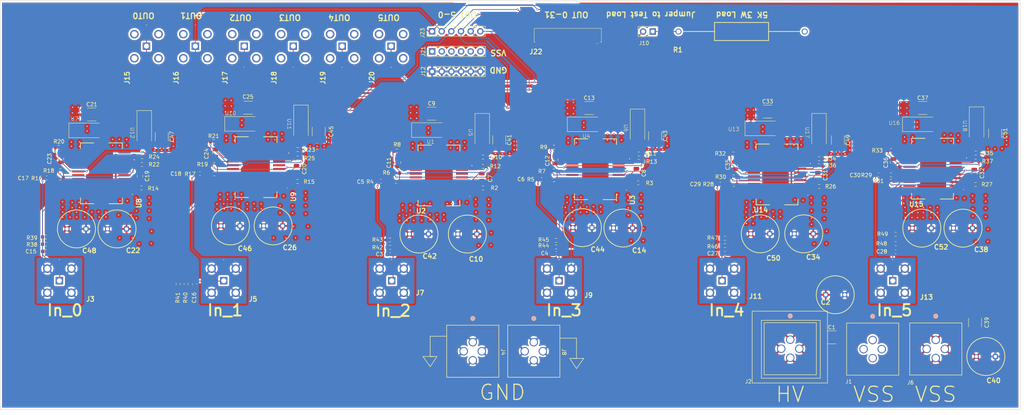
<source format=kicad_pcb>
(kicad_pcb (version 20240108) (generator "pcbnew") (generator_version "8.0")
  (layers (0 "F.Cu" signal) (1 "In1.Cu" power "GND") (2 "In2.Cu" power "C.Cu") (31 "B.Cu" signal) (34 "B.Paste" user) (35 "F.Paste" user) (36 "B.SilkS" user "B.Silkscreen") (37 "F.SilkS" user "F.Silkscreen") (38 "B.Mask" user) (39 "F.Mask" user) (44 "Edge.Cuts" user))
  (net 0 "")
  (net 1 "input_0a")
  (net 2 "input_1a")
  (net 3 "input_0b")
  (net 4 "input_1b")
  (net 5 "input_2a")
  (net 6 "input_2b")
  (net 7 "input_3a")
  (net 8 "input_3b")
  (net 9 "input_4a")
  (net 10 "input_4b")
  (net 11 "Net-(U2A-CC_A_1)")
  (net 12 "input_5a")
  (net 13 "input_5b")
  (net 14 "output_1")
  (net 15 "HV")
  (net 16 "output_0")
  (net 17 "output_2")
  (net 18 "output_3")
  (net 19 "output_4")
  (net 20 "output_5")
  (net 21 "Net-(U3A-CC_A_2)")
  (net 22 "Net-(U3A-CC_A_1)")
  (net 23 "Net-(U2A-CC_A_2)")
  (net 24 "/amp_0/input_0a_lv")
  (net 25 "/amp_0/input_1a_lv")
  (net 26 "/amp_0/input_0b_lv")
  (net 27 "/amp_0/input_1b_lv")
  (net 28 "Net-(U8A-CC_A_1)")
  (net 29 "Net-(U8A-CC_A_2)")
  (net 30 "Net-(U14A-CC_A_2)")
  (net 31 "Net-(U14A-CC_A_1)")
  (net 58 "Net-(U2A-CL_A)")
  (net 59 "Net-(U2A--IN_A)")
  (net 60 "Net-(U8A-CL_A)")
  (net 61 "/amp_0/output_0_mv")
  (net 62 "/amp_0/output_1_mv")
  (net 63 "Net-(U8A--IN_A)")
  (net 64 "/amp_0/output0_mv")
  (net 65 "/amp_0/output1_mv")
  (net 66 "Net-(U14A-CL_A)")
  (net 67 "Net-(U14A--IN_A)")
  (net 71 "Net-(U9A-CC_A_2)")
  (net 72 "Net-(U9A-CC_A_1)")
  (net 73 "Net-(U3A-CL_A)")
  (net 74 "Net-(U3A--IN_A)")
  (net 75 "Net-(U9A-CL_A)")
  (net 76 "Net-(U9A--IN_A)")
  (net 79 "Net-(U15A-CC_A_2)")
  (net 80 "Net-(U15A-CC_A_1)")
  (net 81 "Net-(U15A-CL_A)")
  (net 82 "Net-(U15A--IN_A)")
  (net 84 "Net-(U2B-CC_B_2)")
  (net 85 "Net-(U2B-CC_B_1)")
  (net 86 "Net-(U3B-CC_B_1)")
  (net 87 "Net-(U3B-CC_B_2)")
  (net 88 "Net-(U8B-CC_B_2)")
  (net 89 "Net-(U8B-CC_B_1)")
  (net 90 "Net-(U9B-CC_B_1)")
  (net 91 "Net-(U9B-CC_B_2)")
  (net 92 "Net-(U14B-CC_B_1)")
  (net 93 "Net-(U14B-CC_B_2)")
  (net 94 "Net-(U15B-CC_B_1)")
  (net 95 "Net-(U15B-CC_B_2)")
  (net 96 "Net-(U2B-CL_B)")
  (net 97 "Net-(U3B-CL_B)")
  (net 98 "Net-(U2B--IN_B)")
  (net 99 "Net-(U3B--IN_B)")
  (net 100 "Net-(U8B-CL_B)")
  (net 101 "Net-(U9B-CL_B)")
  (net 102 "Net-(U8B--IN_B)")
  (net 103 "Net-(U9B--IN_B)")
  (net 104 "Net-(U14B-CL_B)")
  (net 105 "Net-(U15B-CL_B)")
  (net 106 "Net-(U14B--IN_B)")
  (net 107 "Net-(U15B--IN_B)")
  (net 108 "/amp_1/input_2a_lv")
  (net 109 "/amp_1/input_3a_lv")
  (net 110 "/amp_1/input_2b_lv")
  (net 111 "/amp_1/input_3b_lv")
  (net 112 "/amp_2/input_4a_lv")
  (net 113 "/amp_2/input_5a_lv")
  (net 114 "/amp_2/input_4b_lv")
  (net 115 "/amp_2/input_5b_lv")
  (net 116 "/amp_1/output2_mv")
  (net 117 "/amp_1/output3_mv")
  (net 118 "/amp_2/output4_mv")
  (net 119 "/amp_2/output5_mv")
  (net 120 "/amp_1/output_2_mv")
  (net 121 "/amp_1/output_3_mv")
  (net 122 "/amp_2/output_4_mv")
  (net 123 "/amp_2/output_5_mv")
  (net 124 "VSS")
  (net 125 "Net-(C3-Pad2)")
  (net 126 "Net-(C4-Pad2)")
  (net 127 "Net-(C15-Pad2)")
  (net 128 "Net-(C16-Pad2)")
  (net 129 "Net-(C27-Pad2)")
  (net 130 "Net-(C28-Pad2)")
  (net 131 "GND")
  (net 132 "Net-(J10-Pin_1)")
  (footprint "Capacitor_SMD:C_0805_2012Metric" (layer "F.Cu") (at 207.264 57.404 -90)
    (property "Reference" "C35")
    (property "Value" "0.2pF, 250V")
  )
  (footprint "Capacitor_SMD:C_1812_4532Metric" (layer "F.Cu") (at 234.3912 50.6984 -90)
    (property "Reference" "C49")
    (property "Value" "0.1u, 500V")
  )
  (footprint "726_footprints:banana_plug_CT3151V1-0" (layer "F.Cu") (at 154.3812 103.9241 -90)
    (property "Reference" "J8")
    (property "Value" "CT3151V1-0")
  )
  (footprint "Resistor_SMD:R_0603_1608Metric" (layer "F.Cu") (at 116.5352 77.0128)
    (property "Reference" "R43")
    (property "Value" "100")
  )
  (footprint "Resistor_SMD:R_0603_1608Metric" (layer "F.Cu") (at 92.2528 53.194157)
    (property "Reference" "R23")
    (property "Value" "10")
  )
  (footprint "726_footprints:SMCJ150A-13-F" (layer "F.Cu") (at 225.8434 48.6839 -90)
    (property "Reference" "U17")
    (property "Value" "SMCJ150A")
  )
  (footprint "726_footprints:EEU-EB2G100" (layer "F.Cu") (at 47.23 74.09 180)
    (property "Reference" "C22")
    (property "Value" "EEU-EB2G100" (hide yes))
  )
  (footprint "Capacitor_SMD:C_1812_4532Metric" (layer "F.Cu") (at 186.2836 49.5808 -90)
    (property "Reference" "C43")
    (property "Value" "0.1u, 500V")
  )
  (footprint "Resistor_SMD:R_0603_1608Metric" (layer "F.Cu") (at 229.4382 57.4548 180)
    (property "Reference" "R36")
    (property "Value" "70.7")
  )
  (footprint "726_footprints:EEU-EB2G100" (layer "F.Cu") (at 139.398469 75.438 180)
    (property "Reference" "C10")
    (property "Value" "EEU-EB2G100" (hide yes))
  )
  (footprint "Resistor_SMD:R_0603_1608Metric" (layer "F.Cu") (at 229.4636 62.9158)
    (property "Reference" "R26")
    (property "Value" "22.6")
  )
  (footprint "Capacitor_SMD:C_0805_2012Metric" (layer "F.Cu") (at 118.618 56.642 -90)
    (property "Reference" "C11")
    (property "Value" "0.2pF, 250V")
  )
  (footprint "Capacitor_SMD:C_0603_1608Metric" (layer "F.Cu") (at 25.971 80.01)
    (property "Reference" "C15")
    (property "Value" "0.1u, 10V")
  )
  (footprint "Resistor_SMD:R_0603_1608Metric" (layer "F.Cu") (at 70.3072 59.594957 180)
    (property "Reference" "R17")
    (property "Value" "10")
  )
  (footprint "Resistor_SMD:R_0603_1608Metric" (layer "F.Cu") (at 159.702072 61.137291 180)
    (property "Reference" "R5")
    (property "Value" "10")
  )
  (footprint "Capacitor_SMD:C_1812_4532Metric" (layer "F.Cu") (at 215.9 43.18)
    (property "Reference" "C33")
    (property "Value" "0.1u, 500V")
  )
  (footprint "Resistor_SMD:R_0603_1608Metric" (layer "F.Cu") (at 248.3358 59.8424 180)
    (property "Reference" "R29")
    (property "Value" "10")
  )
  (footprint "726_footprints:EEU-EB2G100" (layer "F.Cu") (at 231.18 91.44)
    (property "Reference" "C2")
    (property "Value" "EEU-EB2G100" (hide yes))
  )
  (footprint "726_footprints:SMCJ150A-13-F" (layer "F.Cu") (at 78.084 50.007157)
    (property "Reference" "U10")
    (property "Value" "SMCJ150A")
  )
  (footprint "726_footprints:112404" (layer "F.Cu") (at 248.8184 87.7316 -90)
    (property "Reference" "J13")
    (property "Value" "SMA_RF2-04A-T-00-50-G" (hide yes))
  )
  (footprint "Resistor_SMD:R_0603_1608Metric" (layer "F.Cu") (at 270.6116 56.261 180)
    (property "Reference" "R37")
    (property "Value" "70.7")
  )
  (footprint "Capacitor_SMD:C_1812_4532Metric" (layer "F.Cu") (at 127.508 43.712891)
    (property "Reference" "C9")
    (property "Value" "0.1u, 500V")
  )
  (footprint "Resistor_SMD:R_0603_1608Metric" (layer "F.Cu") (at 206.9338 60.3758)
    (property "Reference" "R30")
    (property "Value" "70.7")
  )
  (footprint "726_footprints:PA341DF" (layer "F.Cu") (at 40.6146 59.442557 90)
    (property "Reference" "U8")
    (property "Value" "PA343" (hide yes))
  )
  (footprint "Resistor_SMD:R_0603_1608Metric" (layer "F.Cu") (at 29.3624 52.578 180)
    (property "Reference" "R20")
    (property "Value" "22.6")
  )
  (footprint "Capacitor_SMD:C_0805_2012Metric" (layer "F.Cu") (at 50.8 60.198 90)
    (property "Reference" "C19")
    (property "Value" "0.75pF, 250V")
  )
  (footprint "Resistor_SMD:R_0603_1608Metric" (layer "F.Cu") (at 159.651272 58.851291)
    (property "Reference" "R7")
    (property "Value" "70.7")
  )
  (footprint "726_footprints:banana_plug_CT3151V1-0" (layer "F.Cu") (at 138.3284 103.9241 -90)
    (property "Reference" "J4")
    (property "Value" "CT3151V1-0")
  )
  (footprint "726_footprints:banana_plug_CT3151V1-0" (layer "F.Cu") (at 221.8436 103.2637 -90)
    (property "Reference" "J2")
    (property "Value" "CT3151V1-2")
  )
  (footprint "Capacitor_SMD:C_0805_2012Metric" (layer "F.Cu") (at 70.612 54.102 -90)
    (property "Reference" "C24")
    (property "Value" "0.2pF, 250V")
  )
  (footprint "Capacitor_SMD:C_0805_2012Metric" (layer "F.Cu") (at 91.948 58.42 90)
    (property "Reference" "C20")
    (property "Value" "0.75pF, 250V")
  )
  (footprint "Capacitor_SMD:C_0603_1608Metric" (layer "F.Cu") (at 26.2636 60.636357)
    (property "Reference" "C17")
    (property "Value" "0.1u, 10V")
  )
  (footprint "Resistor_SMD:R_0603_1608Metric" (layer "F.Cu") (at 229.4382 55.6006)
    (property "Reference" "R34")
    (property "Value" "10")
  )
  (footprint "Connector_PinHeader_2.54mm:PinHeader_1x06_P2.54mm_Vertical" (layer "F.Cu") (at 127.6096 22.0472 90)
    (property "Reference" "J23")
    (property "Value" "Conn_01x06_Pin")
  )
  (footprint "726_footprints:SMCJ150A-13-F" (layer "F.Cu") (at 37.0761 51.734357)
    (property "Reference" "U7")
    (property "Value" "SMCJ150A")
  )
  (footprint "726_footprints:112404" (layer "F.Cu") (at 72.7964 87.7316 -90)
    (property "Reference" "J5")
    (property "Value" "SMA_RF2-04A-T-00-50-G" (hide yes))
  )
  (footprint "Resistor_SMD:R_0603_1608Metric" (layer "F.Cu") (at 25.971 76.2 180)
    (property "Reference" "R39")
    (property "Value" "100")
  )
  (footprint "726_footprints:112404" (layer "F.Cu") (at 203.9112 87.7316 -90)
    (property "Reference" "J11")
    (property "Value" "SMA_RF2-04A-T-00-50-G" (hide yes))
  )
  (footprint "Resistor_SMD:R_0603_1608Metric" (layer "F.Cu") (at 29.7688 60.712557 180)
    (property "Reference" "R16")
    (property "Value" "10")
  )
  (footprint "Capacitor_SMD:C_0603_1608Metric" (layer "F.Cu") (at 249.5804 80.1116)
    (property "Reference" "C28")
    (property "Value" "0.1u, 10V")
  )
  (footprint "Capacitor_SMD:C_1812_4532Metric" (layer "F.Cu") (at 56.515 49.784 -90)
    (property "Reference" "C47")
    (property "Value" "0.1u, 500V")
  )
  (footprint "Resistor_SMD:R_0603_1608Metric" (layer "F.Cu") (at 141.033072 63.296291)
    (property "Reference" "R2")
    (property "Value" "22.6")
  )
  (footprint "Connector_PinHeader_2.54mm:PinHeader_1x06_P2.54mm_Vertical" (layer "F.Cu") (at 127.63 32.63 90)
    (property "Reference" "J12")
    (property "Value" "Conn_01x06_Pin")
  )
  (footprint "Capacitor_SMD:C_0603_1608Metric" (layer "F.Cu") (at 65.1764 88.5952 -90)
    (property "Reference" "C16")
    (property "Value" "0.1u, 10V")
  )
  (footprint "Resistor_SMD:R_0603_1608Metric" (layer "F.Cu") (at 51.308 55.048357 180)
    (property "Reference" "R24")
    (property "Value" "70.7")
  )
  (footprint "Capacitor_SMD:C_0805_2012Metric" (layer "F.Cu") (at 248.92 56.642 -90)
    (property "Reference" "C36")
    (property "Value" "0.2pF, 250V")
  )
  (footprint "Capacitor_SMD:C_0805_2012Metric" (layer "F.Cu") (at 270.256 59.436 90)
    (property "Reference" "C32")
    (property "Value" "0.75pF, 250V")
  )
  (footprint "726_footprints:PA341DF" (layer "F.Cu") (at 170.612909 58.368182 90)
    (property "Reference" "U3")
    (property "Value" "PA343" (hide yes))
  )
  (footprint "Capacitor_SMD:C_1812_4532Metric" (layer "F.Cu") (at 38.1 43.942)
    (property "Reference" "C21")
    (property "Value" "0.1u, 500V")
  )
  (footprint "726_footprints:112404" (layer "F.Cu") (at 161.036 87.7316 -90)
    (property "Reference" "J9")
    (property "Value" "SMA_RF2-04A-T-00-50-G" (hide yes))
  )
  (footprint "726_footprints:SMCJ150A-13-F" (layer "F.Cu") (at 214.9449 51.1944)
    (property "Reference" "U13")
    (property "Value" "SMCJ150A")
  )
  (footprint "726_footprints:PA341DF" (layer "F.Cu") (at 81.3054 57.816957 90)
    (property "Reference" "U9")
    (property "Value" "PA343" (hide yes))
  )
  (footprint "Capacitor_SMD:C_0603_1608Metric" (layer "F.Cu") (at 203.454 62.3316)
    (property "Reference" "C29")
    (property "Value" "0.1u, 10V")
  )
  (footprint "726_footprints:PA341DF" (layer "F.Cu") (at 218.3638 59.7408 90)
    (property "Reference" "U14")
    (property "Value" "PA343" (hide yes))
  )
  (footprint "Resistor_SMD:R_0603_1608Metric" (layer "F.Cu") (at 140.982272 57.632091 180)
    (property "Reference" "R12")
    (property "Value" "70.7")
  )
  (footprint "Resistor_SMD:R_0603_1608Metric" (layer "F.Cu") (at 118.198472 61.543691 180)
    (property "Reference" "R4")
    (property "Value" "10")
  )
  (footprint "Capacitor_SMD:C_0805_2012Metric" (layer "F.Cu") (at 229.108 60.2234 90)
    (property "Reference" "C31")
    (property "Value" "0.75pF, 250V")
  )
  (footprint "Resistor_SMD:R_0603_1608Metric" (layer "F.Cu") (at 181.850872 61.950091)
    (property "Reference" "R3")
    (property "Value" "22.6")
  )
  (footprint "Capacitor_SMD:C_0603_1608Metric" (layer "F.Cu") (at 156.4132 61.1124)
    (property "Reference" "C6")
    (property "Value" "0.1u, 10V")
  )
  (footprint "Resistor_SMD:R_0603_1608Metric" (layer "F.Cu") (at 25.971 78.1304)
    (property "Reference" "R38")
    (property "Value" "10")
  )
  (footprint "726_footprints:PA341DF" (layer "F.Cu") (at 259.2832 58.2168 90)
    (property "Reference" "U15")
    (property "Value" "PA343" (hide yes))
  )
  (footprint "Capacitor_SMD:C_0603_1608Metric" (layer "F.Cu") (at 245.0592 59.8424)
    (property "Reference" "C30")
    (property "Value" "0.1u, 10V")
  )
  (footprint "Resistor_SMD:R_0603_1608Metric" (layer "F.Cu") (at 181.977872 56.311291 180)
    (property "Reference" "R13")
    (property "Value" "70.7")
  )
  (footprint "Capacitor_SMD:C_1812_4532Metric" (layer "F.Cu") (at 97.79 48.4378 -90)
    (property "Reference" "C45")
    (property "Value" "0.1u, 500V")
  )
  (footprint "Resistor_SMD:R_0603_1608Metric" (layer "F.Cu") (at 29.8196 58.782157)
    (property "Reference" "R18")
    (property "Value" "70.7")
  )
  (footprint "Resistor_SMD:R_0603_1608Metric" (layer "F.Cu") (at 248.3612 53.4162 180)
    (property "Reference" "R33")
    (property "Value" "22.6")
  )
  (footprint "Capacitor_SMD:C_1812_4532Metric" (layer "F.Cu") (at 232.7656 102.6668)
    (property "Reference" "C1")
    (property "Value" "0.1u, 500V")
  )
  (footprint "Resistor_SMD:R_0603_1608Metric" (layer "F.Cu") (at 249.5804 75.4888 180)
    (property "Reference" "R49")
    (property "Value" "100")
  )
  (footprint "Connector_PinHeader_2.54mm:PinHeader_1x02_P2.54mm_Vertical" (layer "F.Cu") (at 185.679 22.098 -90)
    (property "Reference" "J10")
    (property "Value" "Conn_01x02_Pin")
  )
  (footprint "Capacitor_SMD:C_0603_1608Metric" (layer "F.Cu") (at 116.586 80.8228 180)
    (property "Reference" "C3")
    (property "Value" "0.1u, 10V")
  )
  (footprint "Resistor_SMD:R_0603_1608Metric" (layer "F.Cu") (at 60.8076 88.5952 90)
    (property "Reference" "R41")
    (property "Value" "100")
  )
  (footprint "726_footprints:112404" (layer "F.Cu") (at 91.09456 25.9588 90)
    (property "Reference" "J18")
    (property "Value" "SMA_RF2-04A-T-00-50-G" (hide yes))
  )
  (footprint "726_footprints:SMCJ150A-13-F" (layer "F.Cu") (at 137.2482 48.6839 -90)
    (property "Reference" "U5")
    (property "Value" "SMCJ150A")
  )
  (footprint "726_footprints:SMCJ150A-13-F" (layer "F.Cu") (at 256.3797 50.1276)
    (property "Reference" "U16")
    (property "Value" "SMCJ150A")
  )
  (footprint "Resistor_SMD:R_0603_1608Metric" (layer "F.Cu") (at 62.8904 88.5952 -90)
    (property "Reference" "R40")
    (property "Value" "10")
  )
  (footprint "Resistor_SMD:R_0603_1608Metric" (layer "F.Cu") (at 159.702072 52.578 180)
    (property "Reference" "R9")
    (property "Value" "22.6")
  )
  (footprint "Capacitor_SMD:C_0603_1608Metric" (layer "F.Cu") (at 160.274 80.5688 180)
    (property "Reference" "C4")
    (property "Value" "0.1u, 10V")
  )
  (footprint "726_footprints:112404" (layer "F.Cu") (at 52.4764 25.9588 -90)
    (property "Reference" "J15")
    (property "Value" "SMA_RF2-04A-T-00-50-G" (hide yes))
  )
  (footprint "Resistor_SMD:R_0603_1608Metric" (layer "F.Cu") (at 70.1548 51.054 180)
    (property "Reference" "R21")
    (property "Value" "22.6")
  )
  (footprint "726_footprints:112404" (layer "F.Cu") (at 78.22184 25.9588 90)
    (property "Reference" "J17")
    (property "Value" "SMA_RF2-04A-T-00-50-G" (hide yes))
  )
  (footprint "Capacitor_SMD:C_1812_4532Metric" (layer "F.Cu") (at 270.4592 98.7552 90)
    (property "Reference" "C39")
    (property "Value" "0.1u, 500V")
  )
  (footprint "Resistor_SMD:R_0603_1608Metric" (layer "F.Cu") (at 51.1556 63.277957)
    (property "Reference" "R14")
    (property "Value" "22.6")
  )
  (footprint "Capacitor_SMD:C_1812_4532Metric" (layer "F.Cu") (at 168.958835 42.2402)
    (property "Reference" "C13")
    (property "Value" "0.1u, 500V")
  )
  (footprint "Capacitor_SMD:C_0603_1608Metric" (layer "F.Cu") (at 114.159872 61.543691)
    (property "Reference" "C5")
    (property "Value" "0.1u, 10V")
  )
  (footprint "Capacitor_SMD:C_0805_2012Metric" (layer "F.Cu") (at 140.716 60.452 90)
    (property "Reference" "C7")
    (property "Value" "0.75pF, 250V")
  )
  (footprint "Connector_PinHeader_2.54mm:PinHeader_1x06_P2.54mm_Vertical" (layer "F.Cu") (at 127.63 27.3386 90)
    (property "Reference" "J21")
    (property "Value" "Conn_01x06_Pin")
  )
  (footprint "726_footprints:banana_plug_CT3151V1-0" (layer "F.Cu") (at 260.1341 103.3272 -90)
    (property "Reference" "J6")
    (property "Value" "CT3151V1-0")
  )
  (footprint "726_footprints:SMCJ150A-13-F" (layer "F.Cu") (at 127.232972 51.651091)
    (property "Reference" "U1")
    (property "Value" "SMCJ150A")
  )
  (footprint "Resistor_SMD:R_0603_1608Metric" (layer "F.Cu") (at 206.9084 54.3814 180)
    (property "Reference" "R32")
    (property "Value" "22.6")
  )
  (footprint "726_footprints:112404" (layer "F.Cu") (at 116.9924 87.7316 -90)
    (property "Reference" "J7")
    (property "Value" "SMA_RF2-04A-T-00-50-G" (hide yes))
  )
  (footprint "Resistor_SMD:R_0603_1608Metric" (layer "F.Cu") (at 248.3104 61.5188)
    (property "Reference" "R31")
    (property "Value" "70.7")
  )
  (footprint "726_footprints:EEU-EB2G100" (layer "F.Cu") (at 216.4588 75.3872 180)
    (property "Reference" "C50")
    (property "Value" "EEU-EB2G100" (hide yes))
  )
  (footprint "Capacitor_SMD:C_0805_2012Metric" (layer "F.Cu") (at 181.356 59.182 90)
    (property "Reference" "C8")
    (property "Value" "0.75pF, 250V")
  )
  (footprint "Resistor_SMD:R_0603_1608Metric" (layer "F.Cu") (at 51.2826 57.105757)
    (property "Reference" "R22")
    (property "Value" "10")
  )
  (footprint "Capacitor_SMD:C_1812_4532Metric" (layer "F.Cu") (at 79.248 42.164)
    (property "Reference" "C25")
    (property "Value" "0.1u, 500V")
  )
  (footprint "726_footprints:EEU-EB2G100" (layer "F.Cu") (at 169.672 73.7616 180)
    (property "Reference" "C44")
    (property "Value" "EEU-EB2G100" (hide yes))
  )
  (footprint "726_footprints:SMCJ150A-13-F" (layer "F.Cu") (at 267.2962 46.9567 -90)
    (property "Reference" "U18")
    (property "Value" "SMCJ150A")
  )
  (footprint "Resistor_SMD:R_0603_1608Metric" (layer "F.Cu") (at 249.5804 77.978)
    (property "Reference" "R48")
    (property "Value" "10")
  )
  (footprint "Resistor_SMD:R_0603_1608Metric" (layer "F.Cu") (at 160.274 78.8416 180)
    (property "Reference" "R44")
    (property "Value" "10")
  )
  (footprint "Resistor_SMD:R_0603_1608Metric" (layer "F.Cu") (at 270.637 54.102)
    (property "Reference" "R35")
    (property "Value" "10")
  )
  (footprint "Capacitor_SMD:C_1812_4532Metric" (layer "F.Cu") (at 256.6924 42.2402)
    (property "Reference" "C37")
    (property "Value" "0.1u, 500V")
  )
  (footprint "Resistor_SMD:R_0603_1608Metric" (layer "F.Cu") (at 206.9846 62.3824 180)
    (property "Reference" "R28")
    (property "Value" "10")
  )
  (footprint "726_footprints:112404" (layer "F.Cu") (at 116.84 25.9588 90)
    (property "Reference" "J20")
    (property "Value" "SMA_RF2-04A-T-00-50-G" (hide yes))
  )
  (footprint "726_footprints:SMCJ150A-13-F" (layer "F.Cu") (at 48.3228 47.9219 -90)
    (property "Reference" "U12")
    (property "Value" "SMCJ150A")
  )
  (footprint "726_footprints:EEU-EB2G100" (layer "F.Cu") (at 258.95 73.89 180)
    (property "Reference" "C52")
    (property "Value" "EEU-EB2G100" (hide yes))
  )
  (footprint "726_footprints:RESAD3322W86L1422D475" (layer "F.Cu") (at 192.4425 22.098)
    (property "Reference" "R1")
    (property "Value" "5k, 3W" (hide yes))
  )
  (footprint "Capacitor_SMD:C_0805_2012Metric" (layer "F.Cu") (at 29.972 55.626 -90)
    (property "Reference" "C23")
    (property "Value" "0.2pF, 250V")
  )
  (footprint "726_footprints:112404" (layer "F.Cu") (at 103.96728 25.9588 90)
    (property "Reference" "J19")
    (property "Value" "SMA_RF2-04A-T-00-50-G" (hide yes))
  )
  (footprint "726_footprints:EEU-EB2G100" (layer "F.Cu") (at 36.56 74.09 180)
    (property "Reference" "C48")
    (property "Value" "EEU-EB2G100" (hide yes))
  )
  (footprint "726_footprints:EEU-EB2G100" (layer "F.Cu") (at 275.804 107.696 180)
    (property "Reference" "C40")
    (property "Value" "EEU-EB2G100" (hide yes))
  )
  (footprint "726_footprints:SMCJ150A-13-F" (layer "F.Cu") (at 168.214335 50.1276)
    (property "Reference" "U4")
    (property "Value" "SMCJ150A")
  )
  (footprint "726_footprints:banana_plug_CT3151V1-0" (layer "F.Cu") (at 243.5352 103.3653 -90)
    (property "Reference" "J1")
    (property "Value" "CT3151V1-0")
  )
  (footprint "726_footprints:EEU-EB2G100" (layer "F.Cu") (at 269.8 73.89 180)
    (property "Reference" "C38")
    (property "Value" "EEU-EB2G100" (hide yes))
  )
  (footprint "Resistor_SMD:R_0603_1608Metric" (layer "F.Cu") (at 270.6128 62.3882)
    (property "Reference" "R27")
    (property "Value" "22.6")
  )
  (footprint "Resistor_SMD:R_0603_1608Metric" (layer "F.Cu") (at 92.202 61.601557)
    (property "Reference" "R15")
    (property "Value" "22.6")
  )
  (footprint "Resistor_SMD:R_0603_1608Metric" (layer "F.Cu") (at 204.6732 78.486)
    (property "Reference" "R46")
    (property "Value" "10")
  )
  (footprint "726_footprints:112404" (layer "F.Cu") (at 65.34912 25.9588 -90)
    (property "Reference" "J16")
    (property "Value" "SMA_RF2-04A-T-00-50-G" (hide yes))
  )
  (footprint "Capacitor_SMD:C_0603_1608Metric" (layer "F.Cu") (at 66.548 59.518757)
    (property "Reference" "C18")
    (property "Value" "0.1u, 10V")
  )
  (footprint "726_footprints:Molex_5034803200" (layer "F.Cu") (at 163.322 23.2972 180)
    (property "Reference" "J22")
    (property "Value" "503480-3200" (hide yes))
  )
  (footprint "Resistor_SMD:R_0603_1608Metric" (layer "F.Cu") (at 118.364 53.594 180)
    (property "Reference" "R8")
    (property "Value" "22.6")
  )
  (footprint "726_footprints:PA341DF" (layer "F.Cu") (at 129.425272 60.019691 90)
    (property "Reference" "U2")
    (property "Value" "PA343" (hide yes))
  )
  (footprint "Resistor_SMD:R_0603_1608Metric" (layer "F.Cu") (at 118.223872 59.384691)
    (property "Reference" "R6")
    (property "Value" "70.7")
  )
  (footprint "726_footprints:EEU-EB2G100" (layer "F.Cu") (at 227.8996 75.3872 180)
    (property "Reference" "C34")
    (property "Value" "EEU-EB2G100" (hide yes))
  )
  (footprint "726_footprints:EEU-EB2G100" (layer "F.Cu") (at 77.07 73.3 180)
    (property "Reference" "C46")
    (property "Value" "EEU-EB2G100" (hide yes))
  )
  (footprint "726_footprints:SMCJ150A-13-F" (layer "F.Cu") (at 89.547 46.4741 -90)
    (property "Reference" "U11")
    (property "Value" "SMCJ150A")
  )
  (footprint "726_footprints:EEU-EB2G100" (layer "F.Cu") (at 88.31 73.3 180)
    (property "Reference" "C26")
    (property "Value" "EEU-EB2G100" (hide yes))
  )
  (footprint "Capacitor_SMD:C_0603_1608Metric" (layer "F.Cu") (at 204.6732 80.518)
    (property "Reference" "C27")
    (property "Value" "0.1u, 10V")
  )
  (footprint "Resistor_SMD:R_0603_1608Metric" (layer "F.Cu") (at 92.2274 55.429357 180)
    (property "Reference" "R25")
    (property "Value" "70.7")
  )
  (footprint "Capacitor_SMD:C_1812_4532Metric" (layer "F.Cu") (at 275.7424 48.9204 -90)
    (property "Reference" "C51")
    (property "Value" "0.1u, 500V")
  )
  (footprint "Capacitor_SMD:C_1812_4532Metric" (layer "F.Cu") (at 145.288 50.6476 -90)
    (property "Reference" "C41")
    (property "Value" "0.1u, 500V")
  )
  (footprint "Capacitor_SMD:C_0805_2012Metric" (layer "F.Cu") (at 160.02 55.88 -90)
    (property "Reference" "C12")
    (property "Value" "0.2pF, 250V")
  )
  (footprint "Resistor_SMD:R_0603_1608Metric" (layer "F.Cu") (at 160.274 77.1144)
    (property "Reference" "R45")
    (property "Value" "100")
  )
  (footprint "Resistor_SMD:R_0603_1608Metric" (layer "F.Cu") (at 116.586 78.9432 180)
    (property "Reference" "R42")
    (property "Value" "10")
  )
  (footprint "Resistor_SMD:R_0603_1608Metric" (layer "F.Cu") (at 204.6732 76.5556 180)
    (property "Reference" "R47")
    (property "Value" "100")
  )
  (footprint "Resistor_SMD:R_0603_1608Metric" (layer "F.Cu") (at 141.007672 55.193691)
    (property "Reference" "R10")
    (property "Value" "10")
  )
  (footprint "726_footprints:EEU-EB2G100" (layer "F.Cu") (at 180.3508 73.8632 180)
    (property "Reference" "C14")
    (property "Value" "EEU-EB2G100" (hide yes))
  )
  (footprint "726_footprints:EEU-EB2G100" (layer "F.Cu") (at 126.6552 75.438 180)
    (property "Reference" "C42")
    (property "Value" "EEU-EB2G100" (hide yes))
  )
  (footprint "726_footprints:112404" (layer "F.Cu") (at 29.5711 87.7316 -90)
    (property "Reference" "J3")
    (property "Value" "SMA_RF2-04A-T-00-50-G" (hide yes))
  )
  (footprint "726_footprints:SMCJ150A-13-F" (layer "F.Cu") (at 178.0914 47.5155 -90)
    (property "Reference" "U6")
    (property "Value" "SMCJ150A")
  )
  (footprint "Resistor_SMD:R_0603_1608Metric" (layer "F.Cu") (at 182.003272 54.355491)
    (property "Reference" "R11")
    (property "Value" "10")
  )
  (footprint "Resistor_SMD:R_0603_1608Metric" (layer "F.Cu") (at 70.3326 57.15)
    (property "Reference" "R19")
    (property "Value" "70.7")
  )
  (gr_line (start 125.222 107.696) (end 128.016 107.696) (stroke (width 0.15)) (layer "F.SilkS"))
  (gr_line (start 127.127 110.363) (end 125.222 107.696) (stroke (width 0.15)) (layer "F.SilkS"))
  (gr_line (start 127.127 107.696) (end 128.905 107.696) (stroke (width 0.15)) (layer "F.SilkS"))
  (gr_line (start 131.445 102.362) (end 127.127 102.362) (stroke (width 0.15)) (layer "F.SilkS"))
  (gr_rect (start 211.836 95.758) (end 231.648 114.681) (stroke (width 0.15)) (fill none) (layer "F.SilkS"))
  (gr_line (start 163.83 108.204) (end 165.608 110.871) (stroke (width 0.15)) (layer "F.SilkS"))
  (gr_line (start 165.608 110.871) (end 167.513 108.204) (stroke (width 0.15)) (layer "F.SilkS"))
  (gr_line (start 127.127 102.362) (end 127.127 107.696) (stroke (width 0.15)) (layer "F.SilkS"))
  (gr_line (start 165.608 102.87) (end 165.608 108.204) (stroke (width 0.15)) (layer "F.SilkS"))
  (gr_line (start 165.608 108.204) (end 163.83 108.204) (stroke (width 0.15)) (layer "F.SilkS"))
  (gr_line (start 161.29 102.87) (end 165.608 102.87) (stroke (width 0.15)) (layer "F.SilkS"))
  (gr_line (start 167.513 108.204) (end 164.719 108.204) (stroke (width 0.15)) (layer "F.SilkS"))
  (gr_line (start 128.905 107.696) (end 127.127 110.363) (stroke (width 0.15)) (layer "F.SilkS"))
  (gr_rect (start 214.249 98.171) (end 229.743 113.411) (stroke (width 0.15)) (fill none) (layer "F.SilkS"))
  (gr_rect (start 14 14) (end 282.3372 121.6512) (stroke (width 0.1)) (fill none) (layer "Edge.Cuts"))
  (gr_text "GND" (at 139.827 119.507 0) (layer "F.SilkS") (effects (font (size 4 4) (thickness 0.3) (bold yes)) (justify left bottom)))
  (gr_text "VSS" (at 254.381 120.015 0) (layer "F.SilkS") (effects (font (size 4 4) (thickness 0.3) (bold yes)) (justify left bottom)))
  (gr_text "OUT 0-31" (at 168.91 16.764 180) (layer "F.SilkS") (effects (font (size 1.5 1.5) (thickness 0.3) (bold yes)) (justify left bottom)))
  (gr_text "5K 3W Load" (at 216.154 16.764 180) (layer "F.SilkS") (effects (font (size 1.5 1.5) (thickness 0.3) (bold yes)) (justify left bottom)))
  (gr_text "In_1" (at 68.199 97.282 0) (layer "F.SilkS") (effects (font (size 3 3) (thickness 0.5) (bold yes)) (justify left bottom)))
  (gr_text "VSS" (at 238.125 120.015 0) (layer "F.SilkS") (effects (font (size 4 4) (thickness 0.3) (bold yes)) (justify left bottom)))
  (gr_text "OUT2" (at 80.2688 17.516 180) (layer "F.SilkS") (effects (font (size 1.5 1.5) (thickness 0.3) (bold yes)) (justify left bottom)))
  (gr_text "OUT 5-0" (at 139.5188 16.764 180) (layer "F.SilkS") (effects (font (size 1.5 1.5) (thickness 0.3) (bold yes)) (justify left bottom)))
  (gr_text "OUT3" (at 93.2688 17.516 180) (layer "F.SilkS") (effects (font (size 1.5 1.5) (thickness 0.3) (bold yes)) (justify left bottom)))
  (gr_text "In_3" (at 157.353 97.282 0) (layer "F.SilkS") (effects (font (size 3 3) (thickness 0.5) (bold yes)) (justify left bottom)))
  (gr_text "VSS" (at 147.32 26.8224 180) (layer "F.SilkS") (effects (font (size 1.5 1.5) (thickness 0.3) (bold yes)) (justify left bottom)))
  (gr_text "In_2" (at 112.395 97.409 0) (layer "F.SilkS") (effects (font (size 3 3) (thickness 0.5) (bold yes)) (justify left bottom)))
  (gr_text "In_4" (at 200.152 97.282 0) (layer "F.SilkS") (effects (font (size 3 3) (thickness 0.5) (bold yes)) (justify left bottom)))
  (gr_text "In_5" (at 244.2972 97.282 0) (layer "F.SilkS") (effects (font (size 3 3) (thickness 0.5) (bold yes)) (justify left bottom)))
  (gr_text "OUT1" (at 67.2688 17.016 180) (layer "F.SilkS") (effects (font (size 1.5 1.5) (thickness 0.3) (bold yes)) (justify left bottom)))
  (gr_text "HV" (at 217.805 120.015 0) (layer "F.SilkS") (effects (font (size 4 4) (thickness 0.3) (bold yes)) (justify left bottom)))
  (gr_text "Jumper to Test Load" (at 197.104 16.764 180) (layer "F.SilkS") (effects (font (size 1.5 1.5) (thickness 0.3) (bold yes)) (justify left bottom)))
  (gr_text "OUT0" (at 54.7688 17.016 180) (layer "F.SilkS") (effects (font (size 1.5 1.5) (thickness 0.3) (bold yes)) (justify left bottom)))
  (gr_text "GND" (at 147.57 31.36 180) (layer "F.SilkS") (effects (font (size 1.5 1.5) (thickness 0.3) (bold yes)) (justify left bottom)))
  (gr_text "OUT4" (at 106.2688 17.516 180) (layer "F.SilkS") (effects (font (size 1.5 1.5) (thickness 0.3) (bold yes)) (justify left bottom)))
  (gr_text "OUT5" (at 119.2688 17.516 180) (layer "F.SilkS") (effects (font (size 1.5 1.5) (thickness 0.3) (bold yes)) (justify left bottom)))
  (gr_text "In_0" (at 26.035 97.282 0) (layer "F.SilkS") (effects (font (size 3 3) (thickness 0.5) (bold yes)) (justify left bottom)))
  (segment (start 29.5711 87.7316) (end 29.5711 87.6245) (width 0.2032) (layer "F.Cu") (net 1))
  (segment (start 29.5711 87.6245) (end 29.6672 87.5284) (width 0.2032) (layer "F.Cu") (net 1))
  (segment (start 29.6672 87.5284) (end 29.6672 85.4202) (width 0.2032) (layer "F.Cu") (net 1))
  (segment (start 25.196 80.949) (end 25.196 80.01) (width 0.2032) (layer "F.Cu") (net 1))
  (segment (start 29.6672 85.4202) (end 25.196 80.949) (width 0.2032) (layer "F.Cu") (net 1))
  (segment (start 71.8442 87.8202) (end 65.1764 87.8202) (width 0.2032) (layer "F.Cu") (net 2))
  (segment (start 71.9328 87.7316) (end 71.8442 87.8202) (width 0.2032) (layer "F.Cu") (net 2))
  (segment (start 72.7964 87.7316) (end 71.9328 87.7316) (width 0.2032) (layer "F.Cu") (net 2))
  (segment (start 25.146 60.978957) (end 25.4886 60.636357) (width 0.2032) (layer "F.Cu") (net 3))
  (segment (start 25.146 61.468) (end 25.146 60.978957) (width 0.2032) (layer "F.Cu") (net 3))
  (via (at 25.146 61.468) (size 0.508) (drill 0.254) (layers "F.Cu" "B.Cu") (net 3))
  (segment (start 25.146 61.468) (end 25.146 83.0978) (width 0.2032) (layer "B.Cu") (net 3))
  (segment (start 25.146 83.0978) (end 26.3961 84.3479) (width 0.2032) (layer "B.Cu") (net 3))
  (segment (start 26.3961 84.3479) (end 26.3961 84.5566) (width 0.2032) (layer "B.Cu") (net 3))
  (segment (start 64.4652 60.706) (end 65.652443 59.518757) (width 0.2032) (layer "F.Cu") (net 4))
  (segment (start 65.652443 59.518757) (end 65.773 59.518757) (width 0.2032) (layer "F.Cu") (net 4))
  (via (at 64.4652 60.706) (size 0.508) (drill 0.254) (layers "F.Cu" "B.Cu") (net 4))
  (segment (start 69.5198 90.9066) (end 69.3928 90.7796) (width 0.2032) (layer "B.Cu") (net 4))
  (segment (start 69.6214 90.9066) (end 69.5198 90.9066) (width 0.2032) (layer "B.Cu") (net 4))
  (segment (start 69.5706 84.5566) (end 69.6214 84.5566) (width 0.2032) (layer "B.Cu") (net 4))
  (segment (start 64.4652 60.706) (end 64.4652 79.4512) (width 0.2032) (layer "B.Cu") (net 4))
  (segment (start 64.4652 79.4512) (end 69.5706 84.5566) (width 0.2032) (layer "B.Cu") (net 4))
  (segment (start 117.361 87.363) (end 117.361 80.8228) (width 0.2032) (layer "F.Cu") (net 5))
  (segment (start 116.9924 87.7316) (end 117.361 87.363) (width 0.2032) (layer "F.Cu") (net 5))
  (segment (start 113.284 62.8904) (end 113.384872 62.789528) (width 0.2032) (layer "F.Cu") (net 6))
  (segment (start 113.384872 62.789528) (end 113.384872 61.543691) (width 0.2032) (layer "F.Cu") (net 6))
  (segment (start 113.2332 62.8904) (end 113.284 62.8904) (width 0.2032) (layer "F.Cu") (net 6))
  (via (at 113.2332 62.8904) (size 0.508) (drill 0.254) (layers "F.Cu" "B.Cu") (net 6))
  (segment (start 113.2332 71.973643) (end 113.2332 62.8904) (width 0.2032) (layer "B.Cu") (net 6))
  (segment (start 113.2332 71.973643) (end 114.9424 73.682843) (width 0.2032) (layer "B.Cu") (net 6))
  (segment (start 114.9424 83.4316) (end 113.8174 84.5566) (width 0.2032) (layer "B.Cu") (net 6))
  (segment (start 114.9424 73.682843) (end 114.9424 83.4316) (width 0.2032) (layer "B.Cu") (net 6))
  (segment (start 161.049 87.7186) (end 161.049 80.5688) (width 0.2032) (layer "F.Cu") (net 7))
  (segment (start 161.036 87.7316) (end 161.049 87.7186) (width 0.2032) (layer "F.Cu") (net 7))
  (segment (start 155.4988 62.1284) (end 155.4988 61.2518) (width 0.2032) (layer "F.Cu") (net 8))
  (segment (start 155.4988 61.2518) (end 155.6382 61.1124) (width 0.2032) (layer "F.Cu") (net 8))
  (via (at 155.4988 62.1284) (size 0.508) (drill 0.254) (layers "F.Cu" "B.Cu") (net 8))
  (segment (start 155.4988 62.1284) (end 155.4988 67.564) (width 0.2032) (layer "B.Cu") (net 8))
  (segment (start 155.4988 62.1284) (end 155.4988 61.976) (width 0.2032) (layer "B.Cu") (net 8))
  (segment (start 155.4988 67.564) (end 164.211 76.2762) (width 0.2032) (layer "B.Cu") (net 8))
  (segment (start 164.211 76.2762) (end 164.211 84.5566) (width 0.2032) (layer "B.Cu") (net 8))
  (segment (start 203.9112 87.7316) (end 203.8982 87.7186) (width 0.2032) (layer "F.Cu") (net 9))
  (segment (start 203.8982 87.7186) (end 203.8982 80.518) (width 0.2032) (layer "F.Cu") (net 9))
  (segment (start 202.6412 63.2968) (end 202.692 63.2968) (width 0.2032) (layer "F.Cu") (net 10))
  (segment (start 202.679 63.2838) (end 202.679 62.3316) (width 0.2032) (layer "F.Cu") (net 10))
  (segment (start 202.692 63.2968) (end 202.679 63.2838) (width 0.2032) (layer "F.Cu") (net 10))
  (via (at 202.6412 63.2968) (size 0.508) (drill 0.254) (layers "F.Cu" "B.Cu") (net 10))
  (segment (start 202.6412 63.2968) (end 202.6412 82.6516) (width 0.2032) (layer "B.Cu") (net 10))
  (segment (start 202.6412 82.6516) (end 200.7362 84.5566) (width 0.2032) (layer "B.Cu") (net 10))
  (segment (start 140.716 61.402) (end 139.598309 62.519691) (width 0.2032) (layer "F.Cu") (net 11))
  (segment (start 139.598309 62.519691) (end 135.500272 62.519691) (width 0.2032) (layer "F.Cu") (net 11))
  (segment (start 248.8184 80.1246) (end 248.8054 80.1116) (width 0.2032) (layer "F.Cu") (net 12))
  (segment (start 248.8184 87.7316) (end 248.666 87.884) (width 0.2032) (layer "F.Cu") (net 12))
  (segment (start 248.8184 87.7316) (end 248.8184 80.1246) (width 0.2032) (layer "F.Cu") (net 12))
  (segment (start 244.2972 59.8554) (end 244.2842 59.8424) (width 0.2032) (layer "F.Cu") (net 13))
  (segment (start 244.2972 61.1124) (end 244.2972 59.8554) (width 0.2032) (layer "F.Cu") (net 13))
  (via (at 244.2972 61.1124) (size 0.508) (drill 0.254) (layers "F.Cu" "B.Cu") (net 13))
  (segment (start 244.2972 83.2104) (end 245.6434 84.5566) (width 0.2032) (layer "B.Cu") (net 13))
  (segment (start 244.2972 61.1124) (end 244.2972 61.0616) (width 0.2032) (layer "B.Cu") (net 13))
  (segment (start 244.2972 61.1124) (end 244.2972 83.2104) (width 0.2032) (layer "B.Cu") (net 13))
  (segment (start 77.074443 57.316957) (end 75.2304 57.316957) (width 0.2032) (layer "F.Cu") (net 14))
  (segment (start 155.382078 16.3068) (end 155.401287 16.287591) (width 0.2032) (layer "F.Cu") (net 14))
  (segment (start 65.34912 47.56912) (end 65.34912 25.9588) (width 0.2032) (layer "F.Cu") (net 14))
  (segment (start 170.572 20.712) (end 170.572 24.5722) (width 0.2032) (layer "F.Cu") (net 14))
  (segment (start 93.218 56.388) (end 93.472 56.134) (width 0.2032) (layer "F.Cu") (net 14))
  (segment (start 77.1271 57.2643) (end 77.074443 57.316957) (width 0.2032) (layer "F.Cu") (net 14))
  (segment (start 93.472 56.134) (end 93.472 55.848957) (width 0.2032) (layer "F.Cu") (net 14))
  (segment (start 69.3298 51.816) (end 69.3298 51.5498) (width 0.2032) (layer "F.Cu") (net 14))
  (segment (start 93.472 55.848957) (end 93.0524 55.429357) (width 0.2032) (layer "F.Cu") (net 14))
  (segment (start 166.147591 16.287591) (end 170.572 20.712) (width 0.2032) (layer "F.Cu") (net 14))
  (segment (start 69.3298 51.5498) (end 65.34912 47.56912) (width 0.2032) (layer "F.Cu") (net 14))
  (segment (start 155.401287 16.287591) (end 166.147591 16.287591) (width 0.2032) (layer "F.Cu") (net 14))
  (via (at 77.1271 57.2643) (size 0.508) (drill 0.254) (layers "F.Cu" "B.Cu") (net 14))
  (via (at 155.382078 16.3068) (size 0.508) (drill 0.254) (layers "F.Cu" "B.Cu") (net 14))
  (via (at 69.3298 51.816) (size 0.508) (drill 0.254) (layers "F.Cu" "B.Cu") (net 14))
  (via (at 93.218 56.388) (size 0.508) (drill 0.254) (layers "F.Cu" "B.Cu") (net 14))
  (segment (start 124.3584 16.256) (end 130.1496 22.0472) (width 0.2032) (layer "B.Cu") (net 14))
  (segment (start 79.248 56.642) (end 92.964 56.642) (width 0.2032) (layer "B.Cu") (net 14))
  (segment (start 65.306935 25.693095) (end 65.306935 18.767065) (width 0.2032) (layer "B.Cu") (net 14))
  (segment (start 65.306935 18.767065) (end 67.818 16.256) (width 0.2032) (layer "B.Cu") (net 14))
  (segment (start 155.382078 16.3068) (end 154.112078 15.0368) (width 0.2032) (layer "B.Cu") (net 14))
  (segment (start 137.16 15.0368) (end 130.1496 22.0472) (width 0.2032) (layer "B.Cu") (net 14))
  (segment (start 154.112078 15.0368) (end 137.16 15.0368) (width 0.2032) (layer "B.Cu") (net 14))
  (segment (start 65.34912 25.9588) (end 65.34912 25.73528) (width 0.2032) (layer "B.Cu") (net 14))
  (segment (start 92.964 56.642) (end 93.218 56.388) (width 0.2032) (layer "B.Cu") (net 14))
  (segment (start 77.1271 57.2643) (end 77.2414 57.15) (width 0.2032) (layer "B.Cu") (net 14))
  (segment (start 67.818 16.256) (end 124.3584 16.256) (width 0.2032) (layer "B.Cu") (net 14))
  (segment (start 69.3298 52.3118) (end 69.3298 51.816) (width 0.2032) (layer "B.Cu") (net 14))
  (segment (start 74.1426 57.1246) (end 69.3298 52.3118) (width 0.2032) (layer "B.Cu") (net 14))
  (segment (start 65.34912 25.73528) (end 65.306935 25.693095) (width 0.2032) (layer "B.Cu") (net 14))
  (segment (start 77.1271 57.2643) (end 76.9874 57.1246) (width 0.2032) (layer "B.Cu") (net 14))
  (segment (start 77.2414 57.15) (end 78.74 57.15) (width 0.2032) (layer "B.Cu") (net 14))
  (segment (start 78.74 57.15) (end 79.248 56.642) (width 0.2032) (layer "B.Cu") (net 14))
  (segment (start 76.9874 57.1246) (end 74.1426 57.1246) (width 0.2032) (layer "B.Cu") (net 14))
  (via (at 122.5296 52.7812) (size 0.508) (drill 0.254) (layers "F.Cu" "B.Cu") (net 15))
  (via (at 34.5694 45.0088) (size 0.508) (drill 0.254) (layers "F.Cu" "B.Cu") (net 15))
  (via (at 182.6006 68.5038) (size 0.508) (drill 0.254) (layers "F.Cu" "B.Cu") (net 15))
  (via (at 230.7844 69.2658) (size 0.508) (drill 0.254) (layers "F.Cu" "B.Cu") (net 15))
  (via (at 88.5952 65.405) (size 0.508) (drill 0.254) (layers "F.Cu" "B.Cu") (net 15))
  (via (at 73.2028 41.7322) (size 0.508) (drill 0.254) (layers "F.Cu" "B.Cu") (net 15))
  (via (at 77.5716 45.4914) (size 0.508) (drill 0.254) (layers "F.Cu" "B.Cu") (net 15))
  (via (at 121.9708 43.4848) (size 0.508) (drill 0.254) (layers "F.Cu" "B.Cu") (net 15))
  (via (at 182.6006 70.612) (size 0.508) (drill 0.254) (layers "F.Cu" "B.Cu") (net 15))
  (via (at 267.6652 66.0146) (size 0.508) (drill 0.254) (layers "F.Cu" "B.Cu") (net 15))
  (via (at 227.4316 69.3166) (size 0.508) (drill 0.254) (layers "F.Cu" "B.Cu") (net 15))
  (via (at 53.1876 69.2658) (size 0.508) (drill 0.254) (layers "F.Cu" "B.Cu") (net 15))
  (via (at 36.8554 48.3108) (size 0.508) (drill 0.254) (layers "F.Cu" "B.Cu") (net 15))
  (via (at 231.4194 74.7014) (size 0.508) (drill 0.254) (layers "F.Cu" "B.Cu") (net 15))
  (via (at 269.8242 65.3542) (size 0.508) (drill 0.254) (layers "F.Cu" "B.Cu") (net 15))
  (via (at 250.9012 42.2148) (size 0.508) (drill 0.254) (layers "F.Cu" "B.Cu") (net 15))
  (via (at 273.812 77.3938) (size 0.508) (drill 0.254) (layers "F.Cu" "B.Cu") (net 15))
  (via (at 47.4472 66.7004) (size 0.508) (drill 0.254) (layers "F.Cu" "B.Cu") (net 15))
  (via (at 182.6006 66.6496) (size 0.508) (drill 0.254) (layers "F.Cu" "B.Cu") (net 15))
  (via (at 48.514 70.358) (size 0.508) (drill 0.254) (layers "F.Cu" "B.Cu") (net 15))
  (via (at 89.154 76.454) (size 0.508) (drill 0.254) (layers "F.Cu" "B.Cu") (net 15))
  (via (at 73.2536 43.2054) (size 0.508) (drill 0.254) (layers "F.Cu" "B.Cu") (net 15))
  (via (at 230.7844 71.374) (size 0.508) (drill 0.254) (layers "F.Cu" "B.Cu") (net 15))
  (via (at 34.8742 51.1556) (size 0.508) (drill 0.254) (layers "F.Cu" "B.Cu") (net 15))
  (via (at 214.63 48.4632) (size 0.508) (drill 0.254) (layers "F.Cu" "B.Cu") (net 15))
  (via (at 48.768 76.454) (size 0.508) (drill 0.254) (layers "F.Cu" "B.Cu") (net 15))
  (via (at 32.9946 43.5356) (size 0.508) (drill 0.254) (layers "F.Cu" "B.Cu") (net 15))
  (via (at 250.952 43.688) (size 0.508) (drill 0.254) (layers "F.Cu" "B.Cu") (net 15))
  (via (at 273.2532 68.7324) (size 0.508) (drill 0.254) (layers "F.Cu" "B.Cu") (net 15))
  (via (at 32.7406 51.2064) (size 0.508) (drill 0.254) (layers "F.Cu" "B.Cu") (net 15))
  (via (at 210.6676 42.7736) (size 0.508) (drill 0.254) (layers "F.Cu" "B.Cu") (net 15))
  (via (at 182.6006 65.1002) (size 0.508) (drill 0.254) (layers "F.Cu" "B.Cu") (net 15))
  (via (at 136.779 67.1068) (size 0.508) (drill 0.254) (layers "F.Cu" "B.Cu") (net 15))
  (via (at 163.2712 40.7924) (size 0.508) (drill 0.254) (layers "F.Cu" "B.Cu") (net 15))
  (via (at 142.5194 66.2686) (size 0.508) (drill 0.254) (layers "F.Cu" "B.Cu") (net 15))
  (via (at 75.5904 50.8254) (size 0.508) (drill 0.254) (layers "F.Cu" "B.Cu") (net 15))
  (via (at 124.6632 51.6128) (size 0.508) (drill 0.254) (layers "F.Cu" "B.Cu") (net 15))
  (via (at 139.0904 66.294) (size 0.508) (drill 0.254) (layers "F.Cu" "B.Cu") (net 15))
  (via (at 90.932 69.9262) (size 0.508) (drill 0.254) (layers "F.Cu" "B.Cu") (net 15))
  (via (at 273.2532 70.8406) (size 0.508) (drill 0.254) (layers "F.Cu" "B.Cu") (net 15))
  (via (at 265.557 65.913) (size 0.508) (drill 0.254) (layers "F.Cu" "B.Cu") (net 15))
  (via (at 49.8348 71.2216) (size 0.508) (drill 0.254) (layers "F.Cu" "B.Cu") (net 15))
  (via (at 179.1716 65.1256) (size 0.508) (drill 0.254) (layers "F.Cu" "B.Cu") (net 15))
  (via (at 75.5904 49.6062) (size 0.508) (drill 0.254) (layers "F.Cu" "B.Cu") (net 15))
  (via (at 50.546 78.0288) (size 0.508) (drill 0.254) (layers "F.Cu" "B.Cu") (net 15))
  (via (at 34.6202 43.5356) (size 0.508) (drill 0.254) (layers "F.Cu" "B.Cu") (net 15))
  (via (at 139.1666 69.723) (size 0.508) (drill 0.254) (layers "F.Cu" "B.Cu") (net 15))
  (via (at 227.4316 71.2216) (size 0.508) (drill 0.254) (layers "F.Cu" "B.Cu") (net 15))
  (via (at 210.6168 44.2468) (size 0.508) (drill 0.254) (layers "F.Cu" "B.Cu") (net 15))
  (via (at 255.27 45.974) (size 0.508) (drill 0.254) (layers "F.Cu" "B.Cu") (net 15))
  (via (at 273.2532 65.3288) (size 0.508) (drill 0.254) (layers "F.Cu" "B.Cu") (net 15))
  (via (at 270.6116 77.4954) (size 0.508) (drill 0.254) (layers "F.Cu" "B.Cu") (net 15))
  (via (at 163.2204 42.2656) (size 0.508) (drill 0.254) (layers "F.Cu" "B.Cu") (net 15))
  (via (at 87.63 67.945) (size 0.508) (drill 0.254) (layers "F.Cu" "B.Cu") (net 15))
  (via (at 251.9172 51.0032) (size 0.508) (drill 0.254) (layers "F.Cu" "B.Cu") (net 15))
  (via (at 91.694 76.454) (size 0.508) (drill 0.254) (layers "F.Cu" "B.Cu") (net 15))
  (via (at 86.741 65.3288) (size 0.508) (drill 0.254) (layers "F.Cu" "B.Cu") (net 15))
  (via (at 225.1964 66.548) (size 0.508) (drill 0.254) (layers "F.Cu" "B.Cu") (net 15))
  (via (at 94.361 64.5668) (size 0.508) (drill 0.254) (layers "F.Cu" "B.Cu") (net 15))
  (via (at 73.4568 50.7746) (size 0.508) (drill 0.254) (layers "F.Cu" "B.Cu") (net 15))
  (via (at 142.5194 69.6722) (size 0.508) (drill 0.254) (layers "F.Cu" "B.Cu") (net 15))
  (via (at 269.8496 66.7766) (size 0.508) (drill 0.254) (layers "F.Cu" "B.Cu") (net 15))
  (via (at 45.4152 76.5048) (size 0.508) (drill 0.254) (layers "F.Cu" "B.Cu") (net 15))
  (via (at 210.6676 45.212) (size 0.508) (drill 0.254) (layers "F.Cu" "B.Cu") (net 15))
  (via (at 126.6444 47.498) (size 0.508) (drill 0.254) (layers "F.Cu" "B.Cu") (net 15))
  (via (at 94.361 70.0786) (size 0.508) (drill 0.254) (layers "F.Cu" "B.Cu") (net 15))
  (via (at 252.476 43.688) (size 0.508) (drill 0.254) (layers "F.Cu" "B.Cu") (net 15))
  (via (at 230.7844 65.8622) (size 0.508) (drill 0.254) (layers "F.Cu" "B.Cu") (net 15))
  (via (at 254.0508 51.054) (size 0.508) (drill 0.254) (layers "F.Cu" "B.Cu") (net 15))
  (via (at 139.8778 78.4352) (size 0.508) (drill 0.254) (layers "F.Cu" "B.Cu") (net 15))
  (via (at 179.197 66.548) (size 0.508) (drill 0.254) (layers "F.Cu" "B.Cu") (net 15))
  (via (at 53.8226 74.7014) (size 0.508) (drill 0.254) (layers "F.Cu" "B.Cu") (net 15))
  (via (at 122.0216 44.958) (size 0.508) (drill 0.254) (layers "F.Cu" "B.Cu") (net 15))
  (via (at 33.0454 42.0624) (size 0.508) (drill 0.254) (layers "F.Cu" "B.Cu") (net 15))
  (via (at 73.4568 49.657) (size 0.508) (drill 0.254) (layers "F.Cu" "B.Cu") (net 15))
  (via (at 163.4236 50.2412) (size 0.508) (drill 0.254) (layers "F.Cu" "B.Cu") (net 15))
  (via (at 34.5694 42.0624) (size 0.508) (drill 0.254) (layers "F.Cu" "B.Cu") (net 15))
  (via (at 176.3014 65.0494) (size 0.508) (drill 0.254) (layers "F.Cu" "B.Cu") (net 15))
  (via (at 32.7406 52.324) (size 0.508) (drill 0.254) (layers "F.Cu" "B.Cu") (net 15))
  (via (at 34.8742 52.3748) (size 0.508) (drill 0.254) (layers "F.Cu" "B.Cu") (net 15))
  (via (at 94.9198 76.454) (size 0.508) (drill 0.254) (layers "F.Cu" "B.Cu") (net 15))
  (via (at 214.63 47.1932) (size 0.508) (drill 0.254) (layers "F.Cu" "B.Cu") (net 15))
  (via (at 231.3432 77.9272) (size 0.508) (drill 0.254) (layers "F.Cu" "B.Cu") (net 15))
  (via (at 163.4236 51.3588) (size 0.508) (drill 0.254) (layers "F.Cu" "B.Cu") (net 15))
  (via (at 227.3554 65.8876) (size 0.508) (drill 0.254) (layers "F.Cu" "B.Cu") (net 15))
  (via (at 45.1612 70.4088) (size 0.508) (drill 0.254) (layers "F.Cu" "B.Cu") (net 15))
  (via (at 212.2424 44.2468) (size 0.508) (drill 0.254) (layers "F.Cu" "B.Cu") (net 15))
  (via (at 183.1594 77.1652) (size 0.508) (drill 0.254) (layers "F.Cu" "B.Cu") (net 15))
  (via (at 212.6488 51.308) (size 0.508) (drill 0.254) (layers "F.Cu" "B.Cu") (net 15))
  (via (at 273.2532 66.8782) (size 0.508) (drill 0.254) (layers "F.Cu" "B.Cu") (net 15))
  (via (at 87.63 69.85) (size 0.508) (drill 0.254) (layers "F.Cu" "B.Cu") (net 15))
  (via (at 90.932 64.5414) (size 0.508) (drill 0.254) (layers "F.Cu" "B.Cu") (net 15))
  (via (at 227.3808 67.31) (size 0.508) (drill 0.254) (layers "F.Cu" "B.Cu") (net 15))
  (via (at 252.476 40.7416) (size 0.508) (drill 0.254) (layers "F.Cu" "B.Cu") (net 15))
  (via (at 165.5572 50.1904) (size 0.508) (drill 0.254) (layers "F.Cu" "B.Cu") (net 15))
  (via (at 139.1666 71.628) (size 0.508) (drill 0.254) (layers "F.Cu" "B.Cu") (net 15))
  (via (at 165.5572 51.4096) (size 0.508) (drill 0.254) (layers "F.Cu" "B.Cu") (net 15))
  (via (at 228.1428 78.0288) (size 0.508) (drill 0.254) (layers "F.Cu" "B.Cu") (net 15))
  (via (at 123.5964 43.4848) (size 0.508) (drill 0.254) (layers "F.Cu" "B.Cu") (net 15))
  (via (at 176.149 66.6242) (size 0.508) (drill 0.254) (layers "F.Cu" "B.Cu") (net 15))
  (via (at 250.952 40.7416) (size 0.508) (drill 0.254) (layers "F.Cu" "B.Cu") (net 15))
  (via (at 49.8348 69.3166) (size 0.508) (drill 0.254) (layers "F.Cu" "B.Cu") (net 15))
  (via (at 142.5194 71.7804) (size 0.508) (drill 0.254) (layers "F.Cu" "B.Cu") (net 15))
  (via (at 73.2536 40.259) (size 0.508) (drill 0.254) (layers "F.Cu" "B.Cu") (net 15))
  (via (at 91.186 73.406) (size 0.508) (drill 0.254) (layers "F.Cu" "B.Cu") (net 15))
  (via (at 142.5194 67.818) (size 0.508) (drill 0.254) (layers "F.Cu" "B.Cu") (net 15))
  (via (at 164.7952 40.7924) (size 0.508) (drill 0.254) (layers "F.Cu" "B.Cu") (net 15))
  (via (at 212.1916 42.7736) (size 0.508) (drill 0.254) (layers "F.Cu" "B.Cu") (net 15))
  (via (at 252.5268 42.2148) (size 0.508) (drill 0.254) (layers "F.Cu" "B.Cu") (net 15))
  (via (at 94.361 67.9704) (size 0.508) (drill 0.254) (layers "F.Cu" "B.Cu") (net 15))
  (via (at 53.1876 71.374) (size 0.508) (drill 0.254) (layers "F.Cu" "B.Cu") (net 15))
  (via (at 94.996 73.406) (size 0.508) (drill 0.254) (layers "F.Cu" "B.Cu") (net 15))
  (via (at 123.5456 44.958) (size 0.508) (drill 0.254) (layers "F.Cu" "B.Cu") (net 15))
  (via (at 269.9004 70.6882) (size 0.508) (drill 0.254) (layers "F.Cu" "B.Cu") (net 15))
  (via (at 255.27 47.244) (size 0.508) (drill 0.254) (layers "F.Cu" "B.Cu") (net 15))
  (via (at 251.9172 49.8856) (size 0.508) (drill 0.254) (layers "F.Cu" "B.Cu") (net 15))
  (via (at 164.846 42.2656) (size 0.508) (drill 0.254) (layers "F.Cu" "B.Cu") (net 15))
  (via (at 134.8486 67.0306) (size 0.508) (drill 0.254) (layers "F.Cu" "B.Cu") (net 15))
  (via (at 33.0454 45.0088) (size 0.508) (drill 0.254) (layers "F.Cu" "B.Cu") (net 15))
  (via (at 126.6444 48.768) (size 0.508) (drill 0.254) (layers "F.Cu" "B.Cu") (net 15))
  (via (at 179.959 77.2668) (size 0.508) (drill 0.254) (layers "F.Cu" "B.Cu") (net 15))
  (via (at 77.5716 46.7614) (size 0.508) (drill 0.254) (layers "F.Cu" "B.Cu") (net 15))
  (via (at 210.5152 51.3588) (size 0.508) (drill 0.254) (layers "F.Cu" "B.Cu") (net 15))
  (via (at 143.0782 78.3336) (size 0.508) (drill 0.254) (layers "F.Cu" "B.Cu") (net 15))
  (via (at 230.7844 67.4116) (size 0.508) (drill 0.254) (layers "F.Cu" "B.Cu") (net 15))
  (via (at 164.7952 43.7388) (size 0.508) (drill 0.254) (layers "F.Cu" "B.Cu") (net 15))
  (via (at 179.2478 70.4596) (size 0.508) (drill 0.254) (layers "F.Cu" "B.Cu") (net 15))
  (via (at 212.6488 52.5272) (size 0.508) (drill 0.254) (layers "F.Cu" "B.Cu") (net 15))
  (via (at 85.9282 76.454) (size 0.508) (drill 0.254) (layers "F.Cu" "B.Cu") (net 15))
  (via (at 122.0216 42.0116) (size 0.508) (drill 0.254) (layers "F.Cu" "B.Cu") (net 15))
  (via (at 179.2478 68.5546) (size 0.508) (drill 0.254) (layers "F.Cu" "B.Cu") (net 15))
  (via (at 49.784 67.31) (size 0.508) (drill 0.254) (layers "F.Cu" "B.Cu") (net 15))
  (via (at 212.1916 45.212) (size 0.508) (drill 0.254) (layers "F.Cu" "B.Cu") (net 15))
  (via (at 124.6632 52.832) (size 0.508) (drill 0.254) (layers "F.Cu" "B.Cu") (net 15))
  (via (at 139.1158 67.7164) (size 0.508) (drill 0.254) (layers "F.Cu" "B.Cu") (net 15))
  (via (at 210.5152 52.4764) (size 0.508) (drill 0.254) (layers "F.Cu" "B.Cu") (net 15))
  (via (at 74.7776 43.2054) (size 0.508) (drill 0.254) (layers "F.Cu" "B.Cu") (net 15))
  (via (at 74.7776 40.259) (size 0.508) (drill 0.254) (layers "F.Cu" "B.Cu") (net 15))
  (via (at 74.8284 41.7322) (size 0.508) (drill 0.254) (layers "F.Cu" "B.Cu") (net 15))
  (via (at 167.5384 46.0756) (size 0.508) (drill 0.254) (layers "F.Cu" "B.Cu") (net 15))
  (via (at 90.932 68.0212) (size 0.508) (drill 0.254) (layers "F.Cu" "B.Cu") (net 15))
  (via (at 90.9574 66.0654) (size 0.508) (drill 0.254) (layers "F.Cu" "B.Cu") (net 15))
  (via (at 53.7464 77.9272) (size 0.508) (drill 0.254) (layers "F.Cu" "B.Cu") (net 15))
  (via (at 183.2356 73.9394) (size 0.508) (drill 0.254) (layers "F.Cu" "B.Cu") (net 15))
  (via (at 254.0508 49.8348) (size 0.508) (drill 0.254) (layers "F.Cu" "B.Cu") (net 15))
  (via (at 223.0882 66.4464) (size 0.508) (drill 0.254) (layers "F.Cu" "B.Cu") (net 15))
  (via (at 36.8554 47.0408) (size 0.508) (drill 0.254) (layers "F.Cu" "B.Cu") (net 15))
  (via (at 53.1876 65.8622) (size 0.508) (drill 0.254) (layers "F.Cu" "B.Cu") (net 15))
  (via (at 94.361 66.1162) (size 0.508) (drill 0.254) (layers "F.Cu" "B.Cu") (net 15))
  (via (at 49.7586 65.8876) (size 0.508) (drill 0.254) (layers "F.Cu" "B.Cu") (net 15))
  (via (at 123.5456 42.0116) (size 0.508) (drill 0.254) (layers "F.Cu" "B.Cu") (net 15))
  (via (at 227.4316 72.898) (size 0.508) (drill 0.254) (layers "F.Cu" "B.Cu") (net 15))
  (via (at 273.8882 74.168) (size 0.508) (drill 0.254) (layers "F.Cu" "B.Cu") (net 15))
  (via (at 122.5296 51.6636) (size 0.508) (drill 0.254) (layers "F.Cu" "B.Cu") (net 15))
  (via (at 45.5168 66.6242) (size 0.508) (drill 0.254) (layers "F.Cu" "B.Cu") (net 15))
  (via (at 163.2712 43.7388) (size 0.508) (drill 0.254) (layers "F.Cu" "B.Cu") (net 15))
  (via (at 269.9004 68.7832) (size 0.508) (drill 0.254) (layers "F.Cu" "B.Cu") (net 15))
  (via (at 143.1544 75.1078) (size 0.508) (drill 0.254) (layers "F.Cu" "B.Cu") (net 15))
  (via (at 53.1876 67.4116) (size 0.508) (drill 0.254) (layers "F.Cu" "B.Cu") (net 15))
  (via (at 167.5384 47.3456) (size 0.508) (drill 0.254) (layers "F.Cu" "B.Cu") (net 15))
  (segment (start 51.816 53.848) (end 52.07 54.102) (width 0.2032) (layer "F.Cu") (net 16))
  (segment (start 171.072 24.5722) (end 180.6648 24.5722) (width 0.2032) (layer "F.Cu") (net 16))
  (segment (start 52.4764 21.6916) (end 56.642 17.526) (width 0.2032) (layer "F.Cu") (net 16))
  (segment (start 52.4764 33.3756) (end 50.546 35.306) (width 0.2032) (layer "F.Cu") (net 16))
  (segment (start 52.076557 55.048357) (end 51.9938 54.9656) (width 0.2032) (layer "F.Cu") (net 16))
  (segment (start 130.05538 19.60142) (end 130.05538 18.78862) (width 0.2032) (layer "F.Cu") (net 16))
  (segment (start 28.448 53.34) (end 28.448 52.6674) (width 0.2032) (layer "F.Cu") (net 16))
  (segment (start 34.29 35.306) (end 28.5374 41.0586) (width 0.2032) (layer "F.Cu") (net 16))
  (segment (start 52.4764 25.9588) (end 52.4764 21.6916) (width 0.2032) (layer "F.Cu") (net 16))
  (segment (start 36.666757 58.942557) (end 34.5396 58.942557) (width 0.2032) (layer "F.Cu") (net 16))
  (segment (start 52.133 55.048357) (end 52.076557 55.048357) (width 0.2032) (layer "F.Cu") (net 16))
  (segment (start 28.448 52.6674) (end 28.5374 52.578) (width 0.2032) (layer "F.Cu") (net 16))
  (segment (start 56.642 17.526) (end 116.779243 17.526) (width 0.2032) (layer "F.Cu") (net 16))
  (segment (start 50.546 35.306) (end 34.29 35.306) (width 0.2032) (layer "F.Cu") (net 16))
  (segment (start 116.779243 17.526) (end 116.830043 17.5768) (width 0.2032) (layer "F.Cu") (net 16))
  (segment (start 171.0104 23.0622) (end 171.072 23.1238) (width 0.2032) (layer "F.Cu") (net 16))
  (segment (start 116.830043 17.5768) (end 122.174 17.5768) (width 0.2032) (layer "F.Cu") (net 16))
  (segment (start 52.4764 25.9588) (end 52.4764 33.3756) (width 0.2032) (layer "F.Cu") (net 16))
  (segment (start 28.5374 41.0586) (end 28.5374 52.578) (width 0.2032) (layer "F.Cu") (net 16))
  (segment (start 36.703 58.9788) (end 36.666757 58.942557) (width 0.2032) (layer "F.Cu") (net 16))
  (segment (start 171.072 23.1238) (end 171.072 24.5722) (width 0.2032) (layer "F.Cu") (net 16))
  (segment (start 130.05538 18.78862) (end 133.604 15.24) (width 0.2032) (layer "F.Cu") (net 16))
  (segment (start 171.0104 20.1344) (end 171.0104 23.0622) (width 0.2032) (layer "F.Cu") (net 16))
  (segment (start 122.174 17.5768) (end 126.6444 22.0472) (width 0.2032) (layer "F.Cu") (net 16))
  (segment (start 52.07 54.985357) (end 52.133 55.048357) (width 0.2032) (layer "F.Cu") (net 16))
  (segment (start 51.4858 53.848) (end 51.816 53.848) (width 0.2032) (layer "F.Cu") (net 16))
  (segment (start 127.6096 22.0472) (end 130.05538 19.60142) (width 0.2032) (layer "F.Cu") (net 16))
  (segment (start 166.116 15.24) (end 171.0104 20.1344) (width 0.2032) (layer "F.Cu") (net 16))
  (segment (start 126.6444 22.0472) (end 127.6096 22.0472) (width 0.2032) (layer "F.Cu") (net 16))
  (segment (start 133.604 15.24) (end 166.116 15.24) (width 0.2032) (layer "F.Cu") (net 16))
  (segment (start 180.6648 24.5722) (end 183.139 22.098) (width 0.2032) (layer "F.Cu") (net 16))
  (segment (start 52.07 54.102) (end 52.07 54.985357) (width 0.2032) (layer "F.Cu") (net 16))
  (via (at 28.448 53.34) (size 0.508) (drill 0.254) (layers "F.Cu" "B.Cu") (net 16))
  (via (at 51.4858 53.848) (size 0.508) (drill 0.254) (layers "F.Cu" "B.Cu") (net 16))
  (via (at 36.703 58.9788) (size 0.508) (drill 0.254) (layers "F.Cu" "B.Cu") (net 16))
  (segment (start 28.448 54.864) (end 32.42 58.836) (width 0.2032) (layer "B.Cu") (net 16))
  (segment (start 51.4858 53.848) (end 41.8338 53.848) (width 0.2032) (layer "B.Cu") (net 16))
  (segment (start 28.448 53.34) (end 28.448 54.864) (width 0.2032) (layer "B.Cu") (net 16))
  (segment (start 32.42 58.836) (end 36.703 58.836) (width 0.2032) (layer "B.Cu") (net 16))
  (segment (start 41.8338 53.848) (end 36.703 58.9788) (width 0.2032) (layer "B.Cu") (net 16))
  (segment (start 117.348 54.356) (end 117.348 53.785) (width 0.2032) (layer "F.Cu") (net 17))
  (segment (start 97.9932 42.8752) (end 106.0704 42.8752) (width 0.2032) (layer "F.Cu") (net 17))
  (segment (start 78.22184 25.9588) (end 78.22184 34.68624) (width 0.2032) (layer "F.Cu") (net 17))
  (segment (start 170.072 20.786736) (end 170.072 24.5722) (width 0.2032) (layer "F.Cu") (net 17))
  (segment (start 117.539 53.594) (end 106.8202 42.8752) (width 0.2032) (layer "F.Cu") (net 17))
  (segment (start 142.24 58.064819) (end 141.807272 57.632091) (width 0.2032) (layer "F.Cu") (net 17))
  (segment (start 150.114 16.256) (end 150.114 16.278537) (width 0.2032) (layer "F.Cu") (net 17))
  (segment (start 106.0704 42.8752) (end 105.9688 42.7736) (width 0.2032) (layer "F.Cu") (net 17))
  (segment (start 78.22184 34.68624) (end 80.8736 37.338) (width 0.2032) (layer "F.Cu") (net 17))
  (segment (start 80.8736 37.338) (end 92.456 37.338) (width 0.2032) (layer "F.Cu") (net 17))
  (segment (start 150.9014 17.0434) (end 166.328664 17.0434) (width 0.2032) (layer "F.Cu") (net 17))
  (segment (start 117.348 53.785) (end 117.539 53.594) (width 0.2032) (layer "F.Cu") (net 17))
  (segment (start 92.456 37.338) (end 97.9932 42.8752) (width 0.2032) (layer "F.Cu") (net 17))
  (segment (start 166.328664 17.0434) (end 170.072 20.786736) (width 0.2032) (layer "F.Cu") (net 17))
  (segment (start 106.8202 42.8752) (end 106.0704 42.8752) (width 0.2032) (layer "F.Cu") (net 17))
  (segment (start 150.114 16.256) (end 150.9014 17.0434) (width 0.2032) (layer "F.Cu") (net 17))
  (segment (start 142.24 58.42) (end 142.24 58.064819) (width 0.2032) (layer "F.Cu") (net 17))
  (segment (start 120.904 59.519691) (end 123.350272 59.519691) (width 0.2032) (layer "F.Cu") (net 17))
  (via (at 106.0704 42.8752) (size 0.508) (drill 0.254) (layers "F.Cu" "B.Cu") (net 17))
  (via (at 142.24 58.42) (size 0.508) (drill 0.254) (layers "F.Cu" "B.Cu") (net 17))
  (via (at 120.904 59.519691) (size 0.508) (drill 0.254) (layers "F.Cu" "B.Cu") (net 17))
  (via (at 150.114 16.256) (size 0.508) (drill 0.254) (layers "F.Cu" "B.Cu") (net 17))
  (via (at 117.348 54.356) (size 0.508) (drill 0.254) (layers "F.Cu" "B.Cu") (net 17))
  (segment (start 117.348 54.356) (end 117.348 57.15) (width 0.2032) (layer "B.Cu") (net 17))
  (segment (start 141.478 59.182) (end 121.3104 59.182) (width 0.2032) (layer "B.Cu") (net 17))
  (segment (start 142.24 58.42) (end 141.478 59.182) (width 0.2032) (layer "B.Cu") (net 17))
  (segment (start 119.717691 59.519691) (end 120.904 59.519691) (width 0.2032) (layer "B.Cu") (net 17))
  (segment (start 105.9688 42.7228) (end 113.8428 34.8488) (width 0.2032) (layer "B.Cu") (net 17))
  (segment (start 119.9896 34.8488) (end 123.7488 31.0896) (width 0.2032) (layer "B.Cu") (net 17))
  (segment (start 113.8428 34.8488) (end 119.9896 34.8488) (width 0.2032) (layer "B.Cu") (net 17))
  (segment (start 138.43 16.3068) (end 132.6896 22.0472) (width 0.2032) (layer "B.Cu") (net 17))
  (segment (start 120.9548 59.5376) (end 120.936891 59.519691) (width 0.2032) (layer "B.Cu") (net 17))
  (segment (start 106.0704 42.8752) (end 106.0704 42.8244) (width 0.2032) (layer "B.Cu") (net 17))
  (segment (start 150.114 16.256) (end 150.0632 16.3068) (width 0.2032) (layer "B.Cu") (net 17))
  (segment (start 106.0704 42.8244) (end 105.9688 42.7228) (width 0.2032) (layer "B.Cu") (net 17))
  (segment (start 126.3904 25.2984) (end 129.4384 25.2984) (width 0.2032) (layer "B.Cu") (net 17))
  (segment (start 129.4384 25.2984) (end 132.6896 22.0472) (width 0.2032) (layer "B.Cu") (net 17))
  (segment (start 123.7488 31.0896) (end 123.7488 27.94) (width 0.2032) (layer "B.Cu") (net 17))
  (segment (start 120.936891 59.519691) (end 120.904 59.519691) (width 0.2032) (layer "B.Cu") (net 17))
  (segment (start 150.0632 16.3068) (end 138.43 16.3068) (width 0.2032) (layer "B.Cu") (net 17))
  (segment (start 121.3104 59.182) (end 120.9548 59.5376) (width 0.2032) (layer "B.Cu") (net 17))
  (segment (start 123.7488 27.94) (end 126.3904 25.2984) (width 0.2032) (layer "B.Cu") (net 17))
  (segment (start 117.348 57.15) (end 119.717691 59.519691) (width 0.2032) (layer "B.Cu") (net 17))
  (segment (start 158.818741 53.662742) (end 158.818741 52.519669) (width 0.2032) (layer "F.Cu") (net 18))
  (segment (start 91.09456 33.48736) (end 91.09456 25.9588) (width 0.2032) (layer "F.Cu") (net 18))
  (segment (start 158.818741 52.519669) (end 148.564672 42.2656) (width 0.2032) (layer "F.Cu") (net 18))
  (segment (start 146.612 18.542) (end 167.252528 18.542) (width 0.2032) (layer "F.Cu") (net 18))
  (segment (start 148.564672 42.2656) (end 147.4216 42.2656) (width 0.2032) (layer "F.Cu") (net 18))
  (segment (start 144.3228 39.1668) (end 96.774 39.1668) (width 0.2032) (layer "F.Cu") (net 18))
  (segment (start 182.626 57.404) (end 182.802872 57.227128) (width 0.2032) (layer "F.Cu") (net 18))
  (segment (start 162.349818 57.868182) (end 162.306 57.912) (width 0.2032) (layer "F.Cu") (net 18))
  (segment (start 164.537909 57.868182) (end 162.349818 57.868182) (width 0.2032) (layer "F.Cu") (net 18))
  (segment (start 96.774 39.1668) (end 91.09456 33.48736) (width 0.2032) (layer "F.Cu") (net 18))
  (segment (start 145.6468 17.5768) (end 146.612 18.542) (width 0.2032) (layer "F.Cu") (net 18))
  (segment (start 167.252528 18.542) (end 169.572 20.861472) (width 0.2032) (layer "F.Cu") (net 18))
  (segment (start 139.7 17.5768) (end 145.6468 17.5768) (width 0.2032) (layer "F.Cu") (net 18))
  (segment (start 147.4216 42.2656) (end 144.3228 39.1668) (width 0.2032) (layer "F.Cu") (net 18))
  (segment (start 182.802872 57.227128) (end 182.802872 56.311291) (width 0.2032) (layer "F.Cu") (net 18))
  (segment (start 169.572 20.861472) (end 169.572 24.5722) (width 0.2032) (layer "F.Cu") (net 18))
  (via (at 162.306 57.912) (size 0.508) (drill 0.254) (layers "F.Cu" "B.Cu") (net 18))
  (via (at 139.7 17.5768) (size 0.508) (drill 0.254) (layers "F.Cu" "B.Cu") (net 18))
  (via (at 158.818741 53.662742) (size 0.508) (drill 0.254) (layers "F.Cu" "B.Cu") (net 18))
  (via (at 147.4216 42.2656) (size 0.508) (drill 0.254) (layers "F.Cu" "B.Cu") (net 18))
  (via (at 182.626 57.404) (size 0.508) (drill 0.254) (layers "F.Cu" "B.Cu") (net 18))
  (segment (start 139.6746 17.5768) (end 135.2296 22.0218) (width 0.2032) (layer "B.Cu") (net 18))
  (segment (start 160.782 57.912) (end 162.306 57.912) (width 0.2032) (layer "B.Cu") (net 18))
  (segment (start 182.626 57.404) (end 162.814 57.404) (width 0.2032) (layer "B.Cu") (net 18))
  (segment (start 135.2296 22.0472) (end 135.4328 22.0472) (width 0.2032) (layer "B.Cu") (net 18))
  (segment (start 162.814 57.404) (end 162.306 57.912) (width 0.2032) (layer "B.Cu") (net 18))
  (segment (start 158.818741 55.948741) (end 160.782 57.912) (width 0.2032) (layer "B.Cu") (net 18))
  (segment (start 141.478 25.146) (end 136.398 25.146) (width 0.2032) (layer "B.Cu") (net 18))
  (segment (start 139.7 17.5768) (end 139.6746 17.5768) (width 0.2032) (layer "B.Cu") (net 18))
  (segment (start 158.818741 53.662742) (end 158.818741 55.948741) (width 0.2032) (layer "B.Cu") (net 18))
  (segment (start 135.2296 23.9776) (end 135.2296 22.0472) (width 0.2032) (layer "B.Cu") (net 18))
  (segment (start 135.2296 22.0218) (end 135.2296 22.0472) (width 0.2032) (layer "B.Cu") (net 18))
  (segment (start 147.4216 42.2656) (end 147.4216 31.0896) (width 0.2032) (layer "B.Cu") (net 18))
  (segment (start 136.398 25.146) (end 135.2296 23.9776) (width 0.2032) (layer "B.Cu") (net 18))
  (segment (start 147.4216 31.0896) (end 141.478 25.146) (width 0.2032) (layer "B.Cu") (net 18))
  (segment (start 139.067718 20.749083) (end 139.744996 20.071805) (width 0.2032) (layer "F.Cu") (net 19))
  (segment (start 168.207597 20.071805) (end 169.072 20.936208) (width 0.2032) (layer "F.Cu") (net 19))
  (segment (start 139.744996 20.071805) (end 168.207597 20.071805) (width 0.2032) (layer "F.Cu") (net 19))
  (segment (start 206.0834 54.444876) (end 206.0834 54.3814) (width 0.2032) (layer "F.Cu") (net 19))
  (segment (start 184.8104 37.4904) (end 153.162 37.4904) (width 0.2032) (layer "F.Cu") (net 19))
  (segment (start 153.162 37.4904) (end 107.0864 37.4904) (width 0.2032) (layer "F.Cu") (net 19))
  (segment (start 206.0834 55.2074) (end 206.248 55.372) (width 0.2032) (layer "F.Cu") (net 19))
  (segment (start 209.794577 59.617394) (end 210.171171 59.2408) (width 0.2032) (layer "F.Cu") (net 19))
  (segment (start 107.0864 37.4904) (end 103.96728 34.37128) (width 0.2032) (layer "F.Cu") (net 19))
  (segment (start 169.072 20.936208) (end 169.072 24.5722) (width 0.2032) (layer "F.Cu") (net 19))
  (segment (start 231.14 57.404) (end 231.0892 57.4548) (width 0.2032) (layer "F.Cu") (net 19))
  (segment (start 210.171171 59.2408) (end 212.2888 59.2408) (width 0.2032) (layer "F.Cu") (net 19))
  (segment (start 206.0834 54.3814) (end 201.7014 54.3814) (width 0.2032) (layer "F.Cu") (net 19))
  (segment (start 212.2888 59.2408) (end 210.879324 59.2408) (width 0.2032) (layer "F.Cu") (net 19))
  (segment (start 206.0834 54.3814) (end 206.0834 55.2074) (width 0.2032) (layer "F.Cu") (net 19))
  (segment (start 103.96728 34.37128) (end 103.96728 25.9588) (width 0.2032) (layer "F.Cu") (net 19))
  (segment (start 201.7014 54.3814) (end 184.8104 37.4904) (width 0.2032) (layer "F.Cu") (net 19))
  (segment (start 231.0892 57.4548) (end 230.2632 57.4548) (width 0.2032) (layer "F.Cu") (net 19))
  (via (at 209.794577 59.617394) (size 0.508) (drill 0.254) (layers "F.Cu" "B.Cu") (net 19))
  (via (at 206.248 55.372) (size 0.508) (drill 0.254) (layers "F.Cu" "B.Cu") (net 19))
  (via (at 139.067718 20.749083) (size 0.508) (drill 0.254) (layers "F.Cu" "B.Cu") (net 19))
  (via (at 231.14 57.404) (size 0.508) (drill 0.254) (layers "F.Cu" "B.Cu") (net 19))
  (via (at 153.162 37.4904) (size 0.508) (drill 0.254) (layers "F.Cu" "B.Cu") (net 19))
  (segment (start 231.14 57.404) (end 230.124 58.42) (width 0.2032) (layer "B.Cu") (net 19))
  (segment (start 223.012 59.69) (end 209.867183 59.69) (width 0.2032) (layer "B.Cu") (net 19))
  (segment (start 153.162 37.4904) (end 153.162 34.544) (width 0.2032) (layer "B.Cu") (net 19))
  (segment (start 224.282 58.42) (end 223.012 59.69) (width 0.2032) (layer "B.Cu") (net 19))
  (segment (start 208.969394 59.617394) (end 209.794577 59.617394) (width 0.2032) (layer "B.Cu") (net 19))
  (segment (start 139.067718 20.749083) (end 139.067717 20.749083) (width 0.2032) (layer "B.Cu") (net 19))
  (segment (start 209.867183 59.69) (end 209.794577 59.617394) (width 0.2032) (layer "B.Cu") (net 19))
  (segment (start 153.162 34.544) (end 142.494 23.876) (width 0.2032) (layer "B.Cu") (net 19))
  (segment (start 142.494 23.876) (end 139.5984 23.876) (width 0.2032) (layer "B.Cu") (net 19))
  (segment (start 206.248 55.372) (end 206.248 56.896) (width 0.2032) (layer "B.Cu") (net 19))
  (segment (start 230.124 58.42) (end 224.282 58.42) (width 0.2032) (layer "B.Cu") (net 19))
  (segment (start 206.248 56.896) (end 208.969394 59.617394) (width 0.2032) (layer "B.Cu") (net 19))
  (segment (start 139.067717 20.749083) (end 137.7696 22.0472) (width 0.2032) (layer "B.Cu") (net 19))
  (segment (start 139.5984 23.876) (end 137.7696 22.0472) (width 0.2032) (layer "B.Cu") (net 19))
  (segment (start 168.572 27.0238) (end 168.5562 27.0238) (width 0.2032) (layer "F.Cu") (net 20))
  (segment (start 253.2082 57.7168) (end 251.8982 57.7168) (width 0.2032) (layer "F.Cu") (net 20))
  (segment (start 233.4768 35.4584) (end 154.5336 35.4584) (width 0.2032) (layer "F.Cu") (net 20))
  (segment (start 116.84 30.9372) (end 121.3612 35.4584) (width 0.2032) (layer "F.Cu") (net 20))
  (segment (start 165.1 30.48) (end 168.148 27.432) (width 0.2032) (layer "F.Cu") (net 20))
  (segment (start 255.2192 57.7088) (end 255.27 57.7088) (width 0.2032) (layer "F.Cu") (net 20))
  (segment (start 153.647463 30.48) (end 165.1 30.48) (width 0.2032) (layer "F.Cu") (net 20))
  (segment (start 255.2112 57.7168) (end 253.2082 57.7168) (width 0.2032) (layer "F.Cu") (net 20))
  (segment (start 168.148 27.432) (end 168.572 27.008) (width 0.2032) (layer "F.Cu") (net 20))
  (segment (start 140.3096 22.0472) (end 145.214663 22.0472) (width 0.2032) (layer "F.Cu") (net 20))
  (segment (start 145.214663 22.0472) (end 153.647463 30.48) (width 0.2032) (layer "F.Cu") (net 20))
  (segment (start 247.5362 53.4162) (end 247.5362 49.5178) (width 0.2032) (layer "F.Cu") (net 20))
  (segment (start 116.84 25.9588) (end 116.84 30.9372) (width 0.2032) (layer "F.Cu") (net 20))
  (segment (start 247.5362 49.5178) (end 233.4768 35.4584) (width 0.2032) (layer "F.Cu") (net 20))
  (segment (start 271.526 57.15) (end 271.4366 57.0606) (width 0.2032) (layer "F.Cu") (net 20))
  (segment (start 255.2192 57.7088) (end 255.2112 57.7168) (width 0.2032) (layer "F.Cu") (net 20))
  (segment (start 247.65 53.53) (end 247.5362 53.4162) (width 0.2032) (layer "F.Cu") (net 20))
  (segment (start 121.3612 35.4584) (end 154.5336 35.4584) (width 0.2032) (layer "F.Cu") (net 20))
  (segment (start 168.572 27.008) (end 168.572 24.5722) (width 0.2032) (layer "F.Cu") (net 20))
  (segment (start 247.65 54.356) (end 247.65 53.53) (width 0.2032) (layer "F.Cu") (net 20))
  (segment (start 168.148 27.432) (end 168.5562 27.0238) (width 0.2032) (layer "F.Cu") (net 20))
  (segment (start 271.4366 57.0606) (end 271.4366 56.261) (width 0.2032) (layer "F.Cu") (net 20))
  (via (at 154.5336 35.4584) (size 0.508) (drill 0.254) (layers "F.Cu" "B.Cu") (net 20))
  (via (at 271.526 57.15) (size 0.508) (drill 0.254) (layers "F.Cu" "B.Cu") (net 20))
  (via (at 247.65 54.356) (size 0.508) (drill 0.254) (layers "F.Cu" "B.Cu") (net 20))
  (via (at 255.2192 57.7088) (size 0.508) (drill 0.254) (layers "F.Cu" "B.Cu") (net 20))
  (segment (start 250.952 57.658) (end 247.65 54.356) (width 0.2032) (layer "B.Cu") (net 20))
  (segment (start 255.2192 57.7088) (end 255.27 57.658) (width 0.2032) (layer "B.Cu") (net 20))
  (segment (start 154.5336 33.6296) (end 142.9512 22.0472) (width 0.2032) (layer "B.Cu") (net 20))
  (segment (start 271.526 57.15) (end 271.4752 57.0992) (width 0.2032) (layer "B.Cu") (net 20))
  (segment (start 154.5336 35.4584) (end 154.5336 33.6296) (width 0.2032) (layer "B.Cu") (net 20))
  (segment (start 142.9512 22.0472) (end 140.3096 22.0472) (width 0.2032) (layer "B.Cu") (net 20))
  (segment (start 255.27 57.658) (end 250.952 57.658) (width 0.2032) (layer "B.Cu") (net 20))
  (segment (start 255.8288 57.0992) (end 255.2192 57.7088) (width 0.2032) (layer "B.Cu") (net 20))
  (segment (start 271.4752 57.0992) (end 255.8288 57.0992) (width 0.2032) (layer "B.Cu") (net 20))
  (segment (start 181.356 58.232) (end 179.719818 59.868182) (width 0.2032) (layer "F.Cu") (net 21))
  (segment (start 179.719818 59.868182) (end 176.687909 59.868182) (width 0.2032) (layer "F.Cu") (net 21))
  (segment (start 180.619818 60.868182) (end 176.687909 60.868182) (width 0.2032) (layer "F.Cu") (net 22))
  (segment (start 181.356 60.132) (end 180.619818 60.868182) (width 0.2032) (layer "F.Cu") (net 22))
  (segment (start 140.716 59.502) (end 139.914963 59.502) (width 0.2032) (layer "F.Cu") (net 23))
  (segment (start 137.897272 61.519691) (end 135.500272 61.519691) (width 0.2032) (layer "F.Cu") (net 23))
  (segment (start 139.914963 59.502) (end 137.897272 61.519691) (width 0.2032) (layer "F.Cu") (net 23))
  (segment (start 25.2984 77.978) (end 25.2984 76.2) (width 0.2032) (layer "F.Cu") (net 24))
  (segment (start 32.7464 61.942557) (end 34.5396 61.942557) (width 0.2032) (layer "F.Cu") (net 24))
  (segment (start 25.146 76.2) (end 25.2984 76.2) (width 0.2032) (layer "F.Cu") (net 24))
  (segment (start 25.146 69.542957) (end 32.7464 61.942557) (width 0.2032) (layer "F.Cu") (net 24))
  (segment (start 25.146 76.2) (end 25.146 69.542957) (width 0.2032) (layer "F.Cu") (net 24))
  (segment (start 25.146 78.1304) (end 25.2984 77.978) (width 0.2032) (layer "F.Cu") (net 24))
  (segment (start 72.779043 60.316957) (end 75.2304 60.316957) (width 0.2032) (layer "F.Cu") (net 25))
  (segment (start 62.8904 70.2056) (end 72.779043 60.316957) (width 0.2032) (layer "F.Cu") (net 25))
  (segment (start 60.8076 87.7702) (end 62.8904 87.7702) (width 0.2032) (layer "F.Cu") (net 25))
  (segment (start 62.8904 87.7702) (end 62.8904 70.2056) (width 0.2032) (layer "F.Cu") (net 25))
  (segment (start 27.0386 60.636357) (end 28.8676 60.636357) (width 0.2032) (layer "F.Cu") (net 26))
  (segment (start 28.8676 60.636357) (end 28.9438 60.712557) (width 0.2032) (layer "F.Cu") (net 26))
  (segment (start 69.4822 59.594957) (end 67.3992 59.594957) (width 0.2032) (layer "F.Cu") (net 27))
  (segment (start 67.3992 59.594957) (end 67.323 59.518757) (width 0.2032) (layer "F.Cu") (net 27))
  (segment (start 50.005443 61.942557) (end 46.6896 61.942557) (width 0.2032) (layer "F.Cu") (net 28))
  (segment (start 50.8 61.148) (end 50.005443 61.942557) (width 0.2032) (layer "F.Cu") (net 28))
  (segment (start 50.8 59.248) (end 49.105443 60.942557) (width 0.2032) (layer "F.Cu") (net 29))
  (segment (start 49.105443 60.942557) (end 46.6896 60.942557) (width 0.2032) (layer "F.Cu") (net 29))
  (segment (start 227.1406 61.2408) (end 224.4388 61.2408) (width 0.2032) (layer "F.Cu") (net 30))
  (segment (start 229.108 59.2734) (end 227.1406 61.2408) (width 0.2032) (layer "F.Cu") (net 30))
  (segment (start 228.0406 62.2408) (end 224.4388 62.2408) (width 0.2032) (layer "F.Cu") (net 31))
  (segment (start 229.108 61.1734) (end 228.0406 62.2408) (width 0.2032) (layer "F.Cu") (net 31))
  (segment (start 140.208072 63.296291) (end 135.723672 63.296291) (width 0.2032) (layer "F.Cu") (net 58))
  (segment (start 135.723672 63.296291) (end 135.500272 63.519691) (width 0.2032) (layer "F.Cu") (net 58))
  (segment (start 123.326272 61.543691) (end 123.350272 61.519691) (width 0.2032) (layer "F.Cu") (net 59))
  (segment (start 119.023472 61.543691) (end 123.326272 61.543691) (width 0.2032) (layer "F.Cu") (net 59))
  (segment (start 119.048872 61.518291) (end 119.023472 61.543691) (width 0.2032) (layer "F.Cu") (net 59))
  (segment (start 119.048872 59.384691) (end 119.048872 61.518291) (width 0.2032) (layer "F.Cu") (net 59))
  (segment (start 50.3306 63.277957) (end 47.025 63.277957) (width 0.2032) (layer "F.Cu") (net 60))
  (segment (start 47.025 63.277957) (end 46.6896 62.942557) (width 0.2032) (layer "F.Cu") (net 60))
  (segment (start 30.841243 60.96) (end 34.522157 60.96) (width 0.2032) (layer "F.Cu") (net 63))
  (segment (start 30.6446 58.782157) (end 30.6446 60.661757) (width 0.2032) (layer "F.Cu") (net 63))
  (segment (start 30.6446 60.661757) (end 30.5938 60.712557) (width 0.2032) (layer "F.Cu") (net 63))
  (segment (start 34.522157 60.96) (end 34.5396 60.942557) (width 0.2032) (layer "F.Cu") (net 63))
  (segment (start 30.5938 60.712557) (end 30.841243 60.96) (width 0.2032) (layer "F.Cu") (net 63))
  (segment (start 49.53 57.912) (end 51.301357 57.912) (width 0.2032) (layer "F.Cu") (net 64))
  (segment (start 28.9946 58.9412) (end 29.6926 59.6392) (width 0.2032) (layer "F.Cu") (net 64))
  (segment (start 51.301357 57.912) (end 52.1076 57.105757) (width 0.2032) (layer "F.Cu") (net 64))
  (segment (start 46.6896 59.942557) (end 47.9996 59.942557) (width 0.2032) (layer "F.Cu") (net 64))
  (segment (start 28.9946 58.782157) (end 28.9946 58.9412) (width 0.2032) (layer "F.Cu") (net 64))
  (segment (start 48.979979 58.962179) (end 48.979979 58.462021) (width 0.2032) (layer "F.Cu") (net 64))
  (segment (start 48.979978 58.962179) (end 48.979979 58.962179) (width 0.2032) (layer "F.Cu") (net 64))
  (segment (start 48.979979 58.462021) (end 49.53 57.912) (width 0.2032) (layer "F.Cu") (net 64))
  (segment (start 47.9996 59.942557) (end 48.979978 58.962179) (width 0.2032) (layer "F.Cu") (net 64))
  (via (at 48.979979 58.962179) (size 0.508) (drill 0.254) (layers "F.Cu" "B.Cu") (net 64))
  (via (at 29.6926 59.6392) (size 0.508) (drill 0.254) (layers "F.Cu" "B.Cu") (net 64))
  (segment (start 29.6926 59.6392) (end 30.2514 60.198) (width 0.2032) (layer "B.Cu") (net 64))
  (segment (start 30.2514 60.198) (end 47.7774 60.198) (width 0.2032) (layer "B.Cu") (net 64))
  (segment (start 47.7774 60.198) (end 48.9458 59.0296) (width 0.2032) (layer "B.Cu") (net 64))
  (segment (start 93.98 53.086) (end 93.871843 53.194157) (width 0.2032) (layer "F.Cu") (net 65))
  (segment (start 89.408 57.912) (end 89.003043 58.316957) (width 0.2032) (layer "F.Cu") (net 65))
  (segment (start 69.5076 56.775557) (end 69.5076 57.1886) (width 0.2032) (layer "F.Cu") (net 65))
  (segment (start 69.5076 57.1886) (end 70.2056 57.8866) (width 0.2032) (layer "F.Cu") (net 65))
  (segment (start 89.003043 58.316957) (end 87.3804 58.316957) (width 0.2032) (layer "F.Cu") (net 65))
  (segment (start 93.871843 53.194157) (end 93.0778 53.194157) (width 0.2032) (layer "F.Cu") (net 65))
  (via (at 70.2056 57.8866) (size 0.508) (drill 0.254) (layers "F.Cu" "B.Cu") (net 65))
  (via (at 93.98 53.086) (size 0.508) (drill 0.254) (layers "F.Cu" "B.Cu") (net 65))
  (via (at 89.408 57.912) (size 0.508) (drill 0.254) (layers "F.Cu" "B.Cu") (net 65))
  (segment (start 94.1736 56.783823) (end 94.1736 53.2796) (width 0.2032) (layer "B.Cu") (net 65))
  (segment (start 94.1736 53.2796) (end 93.98 53.086) (width 0.2032) (layer "B.Cu") (net 65))
  (segment (start 89.408 57.912) (end 93.045423 57.912) (width 0.2032) (layer "B.Cu") (net 65))
  (segment (start 70.739 58.42) (end 70.2056 57.8866) (width 0.2032) (layer "B.Cu") (net 65))
  (segment (start 89.408 57.912) (end 88.9 58.42) (width 0.2032) (layer "B.Cu") (net 65))
  (segment (start 93.045423 57.912) (end 94.1736 56.783823) (width 0.2032) (layer "B.Cu") (net 65))
  (segment (start 88.9 58.42) (end 70.739 58.42) (width 0.2032) (layer "B.Cu") (net 65))
  (segment (start 228.6386 62.9158) (end 224.7638 62.9158) (width 0.2032) (layer "F.Cu") (net 66))
  (segment (start 224.7638 62.9158) (end 224.4388 63.2408) (width 0.2032) (layer "F.Cu") (net 66))
  (segment (start 207.8096 62.3824) (end 207.8096 60.4266) (width 0.2032) (layer "F.Cu") (net 67))
  (segment (start 212.2888 61.2408) (end 208.6238 61.2408) (width 0.2032) (layer "F.Cu") (net 67))
  (segment (start 208.6238 61.2408) (end 207.7588 60.3758) (width 0.2032) (layer "F.Cu") (net 67))
  (segment (start 207.8096 60.4266) (end 207.7588 60.3758) (width 0.2032) (layer "F.Cu") (net 67))
  (segment (start 91.948 57.47) (end 90.101043 59.316957) (width 0.2032) (layer "F.Cu") (net 71))
  (segment (start 90.101043 59.316957) (end 87.3804 59.316957) (width 0.2032) (layer "F.Cu") (net 71))
  (segment (start 91.001043 60.316957) (end 87.3804 60.316957) (width 0.2032) (layer "F.Cu") (net 72))
  (segment (start 91.948 59.37) (end 91.001043 60.316957) (width 0.2032) (layer "F.Cu") (net 72))
  (segment (start 181.025872 61.950091) (end 181.228491 61.950091) (width 0.2032) (layer "F.Cu") (net 73))
  (segment (start 181.228491 61.950091) (end 181.146582 61.868182) (width 0.2032) (layer "F.Cu") (net 73))
  (segment (start 181.146582 61.868182) (end 176.687909 61.868182) (width 0.2032) (layer "F.Cu") (net 73))
  (segment (start 160.527072 58.902091) (end 160.476272 58.851291) (width 0.2032) (layer "F.Cu") (net 74))
  (segment (start 161.493163 59.868182) (end 160.476272 58.851291) (width 0.2032) (layer "F.Cu") (net 74))
  (segment (start 164.537909 59.868182) (end 161.493163 59.868182) (width 0.2032) (layer "F.Cu") (net 74))
  (segment (start 160.527072 61.137291) (end 160.527072 58.902091) (width 0.2032) (layer "F.Cu") (net 74))
  (segment (start 91.377 61.601557) (end 87.665 61.601557) (width 0.2032) (layer "F.Cu") (net 75))
  (segment (start 87.665 61.601557) (end 87.3804 61.316957) (width 0.2032) (layer "F.Cu") (net 75))
  (segment (start 71.1322 56.800957) (end 71.1576 56.775557) (width 0.2032) (layer "F.Cu") (net 76))
  (segment (start 73.421 59.594957) (end 73.699 59.316957) (width 0.2032) (layer "F.Cu") (net 76))
  (segment (start 71.1322 59.594957) (end 71.1322 56.800957) (width 0.2032) (layer "F.Cu") (net 76))
  (segment (start 71.1322 59.594957) (end 73.421 59.594957) (width 0.2032) (layer "F.Cu") (net 76))
  (segment (start 73.699 59.316957) (end 75.2304 59.316957) (width 0.2032) (layer "F.Cu") (net 76))
  (segment (start 269.0252 59.7168) (end 265.3582 59.7168) (width 0.2032) (layer "F.Cu") (net 79))
  (segment (start 270.256 58.486) (end 269.0252 59.7168) (width 0.2032) (layer "F.Cu") (net 79))
  (segment (start 270.256 60.386) (end 269.9252 60.7168) (width 0.2032) (layer "F.Cu") (net 80))
  (segment (start 269.9252 60.7168) (end 265.3582 60.7168) (width 0.2032) (layer "F.Cu") (net 80))
  (segment (start 270.256 60.1954) (end 270.256 60.386) (width 0.2032) (layer "F.Cu") (net 80))
  (segment (start 269.7878 62.3934) (end 269.748 62.4332) (width 0.2032) (layer "F.Cu") (net 81))
  (segment (start 269.7878 62.3882) (end 269.7878 62.3934) (width 0.2032) (layer "F.Cu") (net 81))
  (segment (start 269.0316 61.7168) (end 265.3582 61.7168) (width 0.2032) (layer "F.Cu") (net 81))
  (segment (start 269.748 62.4332) (end 269.0316 61.7168) (width 0.2032) (layer "F.Cu") (net 81))
  (segment (start 253.0826 59.8424) (end 253.2082 59.7168) (width 0.2032) (layer "F.Cu") (net 82))
  (segment (start 249.1354 59.8678) (end 249.1608 59.8424) (width 0.2032) (layer "F.Cu") (net 82))
  (segment (start 249.1354 61.5188) (end 249.1354 59.8678) (width 0.2032) (layer "F.Cu") (net 82))
  (segment (start 249.1608 59.8424) (end 253.0826 59.8424) (width 0.2032) (layer "F.Cu") (net 82))
  (segment (start 119.545691 58.519691) (end 123.350272 58.519691) (width 0.2032) (layer "F.Cu") (net 84))
  (segment (start 118.618 57.592) (end 119.545691 58.519691) (width 0.2032) (layer "F.Cu") (net 84))
  (segment (start 118.618 55.692) (end 120.445691 57.519691) (width 0.2032) (layer "F.Cu") (net 85))
  (segment (start 120.445691 57.519691) (end 123.350272 57.519691) (width 0.2032) (layer "F.Cu") (net 85))
  (segment (start 160.807581 54.93) (end 161.745763 55.868182) (width 0.2032) (layer "F.Cu") (net 86))
  (segment (start 161.745763 55.868182) (end 164.537909 55.868182) (width 0.2032) (layer "F.Cu") (net 86))
  (segment (start 160.565672 55.158091) (end 160.793763 54.93) (width 0.2032) (layer "F.Cu") (net 86))
  (segment (start 160.793763 54.93) (end 160.807581 54.93) (width 0.2032) (layer "F.Cu") (net 86))
  (segment (start 160.565672 57.058091) (end 161.224673 57.058091) (width 0.2032) (layer "F.Cu") (net 87))
  (segment (start 164.311727 56.642) (end 164.537909 56.868182) (width 0.2032) (layer "F.Cu") (net 87))
  (segment (start 161.640764 56.642) (end 164.311727 56.642) (width 0.2032) (layer "F.Cu") (net 87))
  (segment (start 161.224673 57.058091) (end 161.640764 56.642) (width 0.2032) (layer "F.Cu") (net 87))
  (segment (start 32.288557 57.942557) (end 34.5396 57.942557) (width 0.2032) (layer "F.Cu") (net 88))
  (segment (start 30.922 56.576) (end 32.288557 57.942557) (width 0.2032) (layer "F.Cu") (net 88))
  (segment (start 29.972 56.576) (end 30.922 56.576) (width 0.2032) (layer "F.Cu") (net 88))
  (segment (start 29.972 54.676) (end 30.292 54.676) (width 0.2032) (layer "F.Cu") (net 89))
  (segment (start 30.292 54.676) (end 32.558557 56.942557) (width 0.2032) (layer "F.Cu") (net 89))
  (segment (start 32.558557 56.942557) (end 34.5396 56.942557) (width 0.2032) (layer "F.Cu") (net 89))
  (segment (start 70.612 53.406) (end 70.866 53.406) (width 0.2032) (layer "F.Cu") (net 90))
  (segment (start 72.776957 55.316957) (end 75.2304 55.316957) (width 0.2032) (layer "F.Cu") (net 90))
  (segment (start 70.866 53.406) (end 72.776957 55.316957) (width 0.2032) (layer "F.Cu") (net 90))
  (segment (start 70.612 55.306) (end 70.866 55.306) (width 0.2032) (layer "F.Cu") (net 91))
  (segment (start 71.876957 56.316957) (end 75.2304 56.316957) (width 0.2032) (layer "F.Cu") (net 91))
  (segment (start 70.866 55.306) (end 71.876957 56.316957) (width 0.2032) (layer "F.Cu") (net 91))
  (segment (start 208.0508 57.2408) (end 212.2888 57.2408) (width 0.2032) (layer "F.Cu") (net 92))
  (segment (start 207.264 56.454) (end 208.0508 57.2408) (width 0.2032) (layer "F.Cu") (net 92))
  (segment (start 207.8482 58.5826) (end 207.8482 58.2408) (width 0.2032) (layer "F.Cu") (net 93))
  (segment (start 207.8482 58.2408) (end 212.2888 58.2408) (width 0.2032) (layer "F.Cu") (net 93))
  (segment (start 249.3276 55.7168) (end 253.2082 55.7168) (width 0.2032) (layer "F.Cu") (net 94))
  (segment (start 250.0688 56.7168) (end 253.2082 56.7168) (width 0.2032) (layer "F.Cu") (net 95))
  (segment (start 249.3276 57.458) (end 250.0688 56.7168) (width 0.2032) (layer "F.Cu") (net 95))
  (segment (start 119.189 53.838019) (end 119.189 53.594) (width 0.2032) (layer "F.Cu") (net 96))
  (segment (start 121.840581 56.4896) (end 119.189 53.838019) (width 0.2032) (layer "F.Cu") (net 96))
  (segment (start 123.3932 56.4896) (end 121.840581 56.4896) (width 0.2032) (layer "F.Cu") (net 96))
  (segment (start 123.350272 56.519691) (end 123.363109 56.519691) (width 0.2032) (layer "F.Cu") (net 96))
  (segment (start 123.363109 56.519691) (end 123.3932 56.4896) (width 0.2032) (layer "F.Cu") (net 96))
  (segment (start 162.564182 54.868182) (end 164.537909 54.868182) (width 0.2032) (layer "F.Cu") (net 97))
  (segment (start 160.527072 52.831072) (end 162.564182 54.868182) (width 0.2032) (layer "F.Cu") (net 97))
  (segment (start 160.527072 52.578) (end 160.527072 52.831072) (width 0.2032) (layer "F.Cu") (net 97))
  (segment (start 140.182672 55.193691) (end 140.182672 57.606691) (width 0.2032) (layer "F.Cu") (net 98))
  (segment (start 139.269672 58.519691) (end 135.500272 58.519691) (width 0.2032) (layer "F.Cu") (net 98))
  (segment (start 140.182672 57.606691) (end 140.157272 57.632091) (width 0.2032) (layer "F.Cu") (net 98))
  (segment (start 140.157272 57.632091) (end 139.269672 58.519691) (width 0.2032) (layer "F.Cu") (net 98))
  (segment (start 181.178272 56.285891) (end 181.152872 56.311291) (width 0.2032) (layer "F.Cu") (net 99))
  (segment (start 181.178272 54.355491) (end 181.178272 56.285891) (width 0.2032) (layer "F.Cu") (net 99))
  (segment (start 181.152872 56.311291) (end 180.595981 56.868182) (width 0.2032) (layer "F.Cu") (net 99))
  (segment (start 180.595981 56.868182) (end 176.687909 56.868182) (width 0.2032) (layer "F.Cu") (net 99))
  (segment (start 33.076957 55.942557) (end 34.5396 55.942557) (width 0.2032) (layer "F.Cu") (net 100))
  (segment (start 30.1874 52.578) (end 30.1874 53.053) (width 0.2032) (layer "F.Cu") (net 100))
  (segment (start 30.1874 53.053) (end 33.076957 55.942557) (width 0.2032) (layer "F.Cu") (net 100))
  (segment (start 70.9798 51.1678) (end 73.3356 53.5236) (width 0.2032) (layer "F.Cu") (net 101))
  (segment (start 73.3356 53.901757) (end 73.7508 54.316957) (width 0.2032) (layer "F.Cu") (net 101))
  (segment (start 73.3356 53.5236) (end 73.3356 53.901757) (width 0.2032) (layer "F.Cu") (net 101))
  (segment (start 73.7508 54.316957) (end 75.2304 54.316957) (width 0.2032) (layer "F.Cu") (net 101))
  (segment (start 70.9798 51.054) (end 70.9798 51.1678) (width 0.2032) (layer "F.Cu") (net 101))
  (segment (start 49.574243 57.105757) (end 48.737443 57.942557) (width 0.2032) (layer "F.Cu") (net 102))
  (segment (start 50.483 55.6128) (end 50.4576 55.6382) (width 0.2032) (layer "F.Cu") (net 102))
  (segment (start 48.737443 57.942557) (end 46.6896 57.942557) (width 0.2032) (layer "F.Cu") (net 102))
  (segment (start 50.4576 55.6382) (end 50.4576 57.105757) (width 0.2032) (layer "F.Cu") (net 102))
  (segment (start 50.483 55.048357) (end 50.483 55.6128) (width 0.2032) (layer "F.Cu") (net 102))
  (segment (start 50.4576 57.105757) (end 49.574243 57.105757) (width 0.2032) (layer "F.Cu") (net 102))
  (segment (start 91.4024 55.429357) (end 91.4024 53.219557) (width 0.2032) (layer "F.Cu") (net 103))
  (segment (start 91.4024 55.429357) (end 90.5148 56.316957) (width 0.2032) (layer "F.Cu") (net 103))
  (segment (start 90.5148 56.316957) (end 87.3804 56.316957) (width 0.2032) (layer "F.Cu") (net 103))
  (segment (start 91.4024 53.219557) (end 91.4278 53.194157) (width 0.2032) (layer "F.Cu") (net 103))
  (segment (start 209.5928 56.2408) (end 212.2888 56.2408) (width 0.2032) (layer "F.Cu") (net 104))
  (segment (start 207.7334 54.3814) (end 209.5928 56.2408) (width 0.2032) (layer "F.Cu") (net 104))
  (segment (start 249.1862 53.4162) (end 250.4868 54.7168) (width 0.2032) (layer "F.Cu") (net 105))
  (segment (start 250.4868 54.7168) (end 253.2082 54.7168) (width 0.2032) (layer "F.Cu") (net 105))
  (segment (start 227.7124 58.2408) (end 224.4388 58.2408) (width 0.2032) (layer "F.Cu") (net 106))
  (segment (start 228.4984 57.4548) (end 227.7124 58.2408) (width 0.2032) (layer "F.Cu") (net 106))
  (segment (start 228.6132 55.6006) (end 228.6132 57.4548) (width 0.2032) (layer "F.Cu") (net 106))
  (segment (start 228.6132 57.4548) (end 228.4984 57.4548) (width 0.2032) (layer "F.Cu") (net 106))
  (segment (start 269.6972 54.102) (end 269.7866 54.1914) (width 0.2032) (layer "F.Cu") (net 107))
  (segment (start 269.3308 56.7168) (end 269.7866 56.261) (width 0.2032) (layer "F.Cu") (net 107))
  (segment (start 269.7866 54.1914) (end 269.7866 56.261) (width 0.2032) (layer "F.Cu") (net 107))
  (segment (start 269.812 54.102) (end 269.6972 54.102) (width 0.2032) (layer "F.Cu") (net 107))
  (segment (start 265.3582 56.7168) (end 269.3308 56.7168) (width 0.2032) (layer "F.Cu") (net 107))
  (segment (start 117.3602 65.874764) (end 120.715273 62.519691) (width 0.2032) (layer "F.Cu") (net 108))
  (segment (start 120.715273 62.519691) (end 123.350272 62.519691) (width 0.2032) (layer "F.Cu") (net 108))
  (segment (start 117.411 78.9432) (end 117.411 77.0636) (width 0.2032) (layer "F.Cu") (net 108))
  (segment (start 117.411 77.0636) (end 117.3602 77.0128) (width 0.2032) (layer "F.Cu") (net 108))
  (segment (start 117.3602 65.874764) (end 117.3602 77.0128) (width 0.2032) (layer "F.Cu") (net 108))
  (segment (start 162.744709 60.868182) (end 164.537909 60.868182) (width 0.2032) (layer "F.Cu") (net 109))
  (segment (start 162.918818 60.868182) (end 164.537909 60.868182) (width 0.2032) (layer "F.Cu") (net 109))
  (segment (start 161.099 77.1144) (end 161.099 62.513891) (width 0.2032) (layer "F.Cu") (net 109))
  (segment (start 161.099 62.513891) (end 162.744709 60.868182) (width 0.2032) (layer "F.Cu") (net 109))
  (segment (start 161.099 78.8416) (end 161.099 77.1144) (width 0.2032) (layer "F.Cu") (net 109))
  (segment (start 114.934872 61.543691) (end 117.373472 61.543691) (width 0.2032) (layer "F.Cu") (net 110))
  (segment (start 157.1882 61.1124) (end 158.852181 61.1124) (width 0.2032) (layer "F.Cu") (net 111))
  (segment (start 158.852181 61.1124) (end 158.877072 61.137291) (width 0.2032) (layer "F.Cu") (net 111))
  (segment (start 210.0602 62.2408) (end 212.2888 62.2408) (width 0.2032) (layer "F.Cu") (net 112))
  (segment (start 203.8482 76.5556) (end 203.8482 68.4528) (width 0.2032) (layer "F.Cu") (net 112))
  (segment (start 203.8482 68.4528) (end 210.0602 62.2408) (width 0.2032) (layer "F.Cu") (net 112))
  (segment (start 253.2082 60.7168) (end 251.7286 60.7168) (width 0.2032) (layer "F.Cu") (net 113))
  (segment (start 253.2082 60.7168) (end 251.8982 60.7168) (width 0.2032) (layer "F.Cu") (net 113))
  (segment (start 248.7554 63.8596) (end 248.7554 70.5226) (width 0.2032) (layer "F.Cu") (net 113))
  (segment (start 251.8982 60.7168) (end 248.7554 63.8596) (width 0.2032) (layer "F.Cu") (net 113))
  (segment (start 248.666 75.5782) (end 248.666 77.8886) (width 0.2032) (layer "F.Cu") (net 113))
  (segment (start 248.7554 75.4888) (end 248.666 75.5782) (width 0.2032) (layer "F.Cu") (net 113))
  (segment (start 248.666 77.8886) (end 248.7554 77.978) (width 0.2032) (layer "F.Cu") (net 113))
  (segment (start 248.7554 75.4888) (end 248.7554 70.5226) (width 0.2032) (layer "F.Cu") (net 113))
  (segment (start 204.2798 62.3824) (end 204.229 62.3316) (width 0.2032) (layer "F.Cu") (net 114))
  (segment (start 206.1596 62.3824) (end 204.2798 62.3824) (width 0.2032) (layer "F.Cu") (net 114))
  (segment (start 245.8342 59.8424) (end 247.5108 59.8424) (width 0.2032) (layer "F.Cu") (net 115))
  (segment (start 141.832672 55.193691) (end 143.280891 55.193691) (width 0.2032) (layer "F.Cu") (net 116))
  (segment (start 135.500272 60.519691) (end 137.955909 60.519691) (width 0.2032) (layer "F.Cu") (net 116))
  (segment (start 117.398872 59.384691) (end 117.398872 59.588472) (width 0.2032) (layer "F.Cu") (net 116))
  (segment (start 117.398872 59.588472) (end 118.2624 60.452) (width 0.2032) (layer "F.Cu") (net 116))
  (segment (start 137.955909 60.519691) (end 138.0236 60.452) (width 0.2032) (layer "F.Cu") (net 116))
  (via (at 138.0236 60.452) (size 0.508) (drill 0.254) (layers "F.Cu" "B.Cu") (net 116))
  (via (at 143.256 55.118) (size 0.508) (drill 0.254) (layers "F.Cu" "B.Cu") (net 116))
  (via (at 118.2624 60.452) (size 0.508) (drill 0.254) (layers "F.Cu" "B.Cu") (net 116))
  (segment (start 144.018 58.928) (end 144.018 55.88) (width 0.2032) (layer "B.Cu") (net 116))
  (segment (start 144.018 55.88) (end 143.256 55.118) (width 0.2032) (layer "B.Cu") (net 116))
  (segment (start 138.0236 60.452) (end 138.0744 60.452) (width 0.2032) (layer "B.Cu") (net 116))
  (segment (start 118.2624 60.452) (end 138.0236 60.452) (width 0.2032) (layer "B.Cu") (net 116))
  (segment (start 142.494 60.452) (end 144.018 58.928) (width 0.2032) (layer "B.Cu") (net 116))
  (segment (start 138.0236 60.452) (end 142.494 60.452) (width 0.2032) (layer "B.Cu") (net 116))
  (segment (start 176.8856 58.928) (end 176.825782 58.868182) (width 0.2032) (layer "F.Cu") (net 117))
  (segment (start 158.826272 58.851291) (end 158.774891 58.851291) (width 0.2032) (layer "F.Cu") (net 117))
  (segment (start 158.75 58.8264) (end 159.766 59.8424) (width 0.2032) (layer "F.Cu") (net 117))
  (segment (start 159.766 59.8424) (end 159.766 59.8932) (width 0.2032) (layer "F.Cu") (net 117))
  (segment (start 178.9684 58.928) (end 176.8856 58.928) (width 0.2032) (layer "F.Cu") (net 117))
  (segment (start 182.828272 54.355491) (end 183.895491 54.355491) (width 0.2032) (layer "F.Cu") (net 117))
  (segment (start 158.774891 58.851291) (end 158.75 58.8264) (width 0.2032) (layer "F.Cu") (net 117))
  (segment (start 183.895491 54.355491) (end 184.15 54.61) (width 0.2032) (layer "F.Cu") (net 117))
  (segment (start 176.825782 58.868182) (end 176.687909 58.868182) (width 0.2032) (layer "F.Cu") (net 117))
  (via (at 178.9684 58.928) (size 0.508) (drill 0.254) (layers "F.Cu" "B.Cu") (net 117))
  (via (at 184.15 54.61) (size 0.508) (drill 0.254) (layers "F.Cu" "B.Cu") (net 117))
  (via (at 159.766 59.8932) (size 0.508) (drill 0.254) (layers "F.Cu" "B.Cu") (net 117))
  (segment (start 184.15 57.231423) (end 184.15 54.61) (width 0.2032) (layer "B.Cu") (net 117))
  (segment (start 178.9684 58.928) (end 182.453423 58.928) (width 0.2032) (layer "B.Cu") (net 117))
  (segment (start 182.453423 58.928) (end 184.15 57.231423) (width 0.2032) (layer "B.Cu") (net 117))
  (segment (start 178.0032 59.8932) (end 159.766 59.8932) (width 0.2032) (layer "B.Cu") (net 117))
  (segment (start 178.9684 58.928) (end 178.0032 59.8932) (width 0.2032) (layer "B.Cu") (net 117))
  (segment (start 206.836226 61.330529) (end 206.1088 60.603103) (width 0.2032) (layer "F.Cu") (net 118))
  (segment (start 226.7458 59.9694) (end 226.4744 60.2408) (width 0.2032) (layer "F.Cu") (net 118))
  (segment (start 226.4744 60.2408) (end 224.4388 60.2408) (width 0.2032) (layer "F.Cu") (net 118))
  (segment (start 206.1088 60.603103) (end 206.1088 60.3758) (width 0.2032) (layer "F.Cu") (net 118))
  (segment (start 231.0638 55.6006) (end 230.2632 55.6006) (width 0.2032) (layer "F.Cu") (net 118))
  (via (at 226.7458 59.9694) (size 0.508) (drill 0.254) (layers "F.Cu" "B.Cu") (net 118))
  (via (at 206.836226 61.330529) (size 0.508) (drill 0.254) (layers "F.Cu" "B.Cu") (net 118))
  (via (at 231.14 55.626) (size 0.508) (drill 0.254) (layers "F.Cu" "B.Cu") (net 118))
  (segment (start 232.918 56.642) (end 231.902 55.626) (width 0.2032) (layer "B.Cu") (net 118))
  (segment (start 231.902 55.626) (end 231.14 55.626) (width 0.2032) (layer "B.Cu") (net 118))
  (segment (start 226.7458 59.9694) (end 226.7712 59.9948) (width 0.2032) (layer "B.Cu") (net 118))
  (segment (start 226.7458 59.9694) (end 231.6226 59.9694) (width 0.2032) (layer "B.Cu") (net 118))
  (segment (start 231.6226 59.9694) (end 232.918 58.674) (width 0.2032) (layer "B.Cu") (net 118))
  (segment (start 206.836226 61.330529) (end 206.973697 61.468) (width 0.2032) (layer "B.Cu") (net 118))
  (segment (start 225.2472 61.468) (end 226.7458 59.9694) (width 0.2032) (layer "B.Cu") (net 118))
  (segment (start 206.973697 61.468) (end 225.2472 61.468) (width 0.2032) (layer "B.Cu") (net 118))
  (segment (start 232.918 58.674) (end 232.918 56.642) (width 0.2032) (layer "B.Cu") (net 118))
  (segment (start 247.4976 61.5188) (end 247.5992 61.6204) (width 0.2032) (layer "F.Cu") (net 119))
  (segment (start 271.716 54.356) (end 271.462 54.102) (width 0.2032) (layer "F.Cu") (net 119))
  (segment (start 247.4854 61.5188) (end 247.4976 61.5188) (width 0.2032) (layer "F.Cu") (net 119))
  (segment (start 272.542 54.356) (end 271.716 54.356) (width 0.2032) (layer "F.Cu") (net 119))
  (segment (start 247.4976 61.5188) (end 248.4628 62.484) (width 0.2032) (layer "F.Cu") (net 119))
  (segment (start 248.4628 62.484) (end 248.5644 62.484) (width 0.2032) (layer "F.Cu") (net 119))
  (segment (start 265.3582 58.7168) (end 267.905536 58.7168) (width 0.2032) (layer "F.Cu") (net 119))
  (segment (start 267.905536 58.7168) (end 267.959168 58.663168) (width 0.2032) (layer "F.Cu") (net 119))
  (via (at 267.959168 58.663168) (size 0.508) (drill 0.254) (layers "F.Cu" "B.Cu") (net 119))
  (via (at 248.5644 62.484) (size 0.508) (drill 0.254) (layers "F.Cu" "B.Cu") (net 119))
  (via (at 272.542 54.356) (size 0.508) (drill 0.254) (layers "F.Cu" "B.Cu") (net 119))
  (segment (start 273.812 57.404) (end 273.812 55.626) (width 0.2032) (layer "B.Cu") (net 119))
  (segment (start 248.5644 62.484) (end 264.16 62.484) (width 0.2032) (layer "B.Cu") (net 119))
  (segment (start 273.812 55.626) (end 272.542 54.356) (width 0.2032) (layer "B.Cu") (net 119))
  (segment (start 267.959168 58.663168) (end 272.552832 58.663168) (width 0.2032) (layer "B.Cu") (net 119))
  (segment (start 264.16 62.484) (end 267.9192 58.7248) (width 0.2032) (layer "B.Cu") (net 119))
  (segment (start 272.552832 58.663168) (end 273.812 57.404) (width 0.2032) (layer "B.Cu") (net 119))
  (via (at 59.56 51.181) (size 0.508) (drill 0.254) (layers "F.Cu" "B.Cu") (net 124))
  (via (at 134.2644 51.2064) (size 0.508) (drill 0.254) (layers "F.Cu" "B.Cu") (net 124))
  (via (at 260.5532 68.4276) (size 0.508) (drill 0.254) (layers "F.Cu" "B.Cu") (net 124))
  (via (at 77.5208 66.2686) (size 0.508) (drill 0.254) (layers "F.Cu" "B.Cu") (net 124))
  (via (at 170.0784 68.2244) (size 0.508) (drill 0.254) (layers "F.Cu" "B.Cu") (net 124))
  (via (at 256.8956 68.4276) (size 0.508) (drill 0.254) (layers "F.Cu" "B.Cu") (net 124))
  (via (at 34.0868 69.6722) (size 0.508) (drill 0.254) (layers "F.Cu" "B.Cu") (net 124))
  (via (at 119.1006 71.9328) (size 0.508) (drill 0.254) (layers "F.Cu" "B.Cu") (net 124))
  (via (at 189.481 51.054) (size 0.508) (drill 0.254) (layers "F.Cu" "B.Cu") (net 124))
  (via (at 127.0508 70.358) (size 0.508) (drill 0.254) (layers "F.Cu" "B.Cu") (net 124))
  (via (at 32.9438 68.4784) (size 0.508) (drill 0.254) (layers "F.Cu" "B.Cu") (net 124))
  (via (at 76.7842 67.4878) (size 0.508) (drill 0.254) (layers "F.Cu" "B.Cu") (net 124))
  (via (at 78.994 67.4878) (size 0.508) (drill 0.254) (layers "F.Cu" "B.Cu") (net 124))
  (via (at 175.5648 50.7492) (size 0.508) (drill 0.254) (layers "F.Cu" "B.Cu") (net 124))
  (via (at 100.457 49.149) (size 0.508) (drill 0.254) (layers "F.Cu" "B.Cu") (net 124))
  (via (at 253.873 71.0946) (size 0.508) (drill 0.254) (layers "F.Cu" "B.Cu") (net 124))
  (via (at 124.8918 71.8566) (size 0.508) (drill 0.254) (layers "F.Cu" "B.Cu") (net 124))
  (via (at 258.6736 68.4276) (size 0.508) (drill 0.254) (layers "F.Cu" "B.Cu") (net 124))
  (via (at 144.3136 54.209) (size 0.508) (drill 0.254) (layers "F.Cu" "B.Cu") (net 124))
  (via (at 232.5786 54.336) (size 0.508) (drill 0.254) (layers "F.Cu" "B.Cu") (net 124))
  (via (at 100.454 50.165) (size 0.508) (drill 0.254) (layers "F.Cu" "B.Cu") (net 124))
  (via (at 258.826 69.7992) (size 0.508) (drill 0.254) (layers "F.Cu" "B.Cu") (net 124))
  (via (at 36.6522 68.4276) (size 0.508) (drill 0.254) (layers "F.Cu" "B.Cu") (net 124))
  (via (at 132.5372 51.2064) (size 0.508) (drill 0.254) (layers "F.Cu" "B.Cu") (net 124))
  (via (at 128.8288 70.3072) (size 0.508) (drill 0.254) (layers "F.Cu" "B.Cu") (net 124))
  (via (at 86.2076 48.9712) (size 0.508) (drill 0.254) (layers "F.Cu" "B.Cu") (net 124))
  (via (at 130.7592 71.6788) (size 0.508) (drill 0.254) (layers "F.Cu" "B.Cu") (net 124))
  (via (at 255.3716 68.4276) (size 0.508) (drill 0.254) (layers "F.Cu" "B.Cu") (net 124))
  (via (at 264.16 50.927) (size 0.508) (drill 0.254) (layers "F.Cu" "B.Cu") (net 124))
  (via (at 215.5444 70.9168) (size 0.508) (drill 0.254) (layers "F.Cu" "B.Cu") (net 124))
  (via (at 54.6516 53.32) (size 0.508) (drill 0.254) (layers "F.Cu" "B.Cu") (net 124))
  (via (at 210.3374 71.0184) (size 0.508) (drill 0.254) (layers "F.Cu" "B.Cu") (net 124))
  (via (at 252.095 71.0946) (size 0.508) (drill 0.254) (layers "F.Cu" "B.Cu") (net 124))
  (via (at 224.6884 50.4444) (size 0.508) (drill 0.254) (layers "F.Cu" "B.Cu") (net 124))
  (via (at 32.9438 67.1068) (size 0.508) (drill 0.254) (layers "F.Cu" "B.Cu") (net 124))
  (via (at 146.1424 54.2598) (size 0.508) (drill 0.254) (layers "F.Cu" "B.Cu") (net 124))
  (via (at 43.6118 50.4952) (size 0.508) (drill 0.254) (layers "F.Cu" "B.Cu") (net 124))
  (via (at 38.1254 69.6468) (size 0.508) (drill 0.254) (layers "F.Cu" "B.Cu") (net 124))
  (via (at 43.561 52.07) (size 0.508) (drill 0.254) (layers "F.Cu" "B.Cu") (net 124))
  (via (at 186.4014 53.2438) (size 0.508) (drill 0.254) (layers "F.Cu" "B.Cu") (net 124))
  (via (at 71.0438 68.8848) (size 0.508) (drill 0.254) (layers "F.Cu" "B.Cu") (net 124))
  (via (at 131.572 67.4116) (size 0.508) (drill 0.254) (layers "F.Cu" "B.Cu") (net 124))
  (via (at 278.765 51.943) (size 0.508) (drill 0.254) (layers "F.Cu" "B.Cu") (net 124))
  (via (at 214.0204 67.0052) (size 0.508) (drill 0.254) (layers "F.Cu" "B.Cu") (net 124))
  (via (at 30.4292 68.326) (size 0.508) (drill 0.254) (layers "F.Cu" "B.Cu") (net 124))
  (via (at 175.514 49.1236) (size 0.508) (drill 0.254) (layers "F.Cu" "B.Cu") (net 124))
  (via (at 88.138 50.546) (size 0.508) (drill 0.254) (layers "F.Cu" "B.Cu") (net 124))
  (via (at 30.4292 71.0438) (size 0.508) (drill 0.254) (layers "F.Cu" "B.Cu") (net 124))
  (via (at 34.8742 68.4276) (size 0.508) (drill 0.254) (layers "F.Cu" "B.Cu") (net 124))
  (via (at 222.8088 52.0192) (size 0.508) (drill 0.254) (layers "F.Cu" "B.Cu") (net 124))
  (via (at 95.5456 52.304) (size 0.508) (drill 0.254) (layers "F.Cu" "B.Cu") (net 124))
  (via (at 125.5776 69.1388) (size 0.508) (drill 0.254) (layers "F.Cu" "B.Cu") (net 124))
  (via (at 132.6896 67.4116) (size 0.508) (drill 0.254) (layers "F.Cu" "B.Cu") (net 124))
  (via (at 127.0508 71.7296) (size 0.508) (drill 0.254) (layers "F.Cu" "B.Cu") (net 124))
  (via (at 164.592 71.374) (size 0.508) (drill 0.254) (layers "F.Cu" "B.Cu") (net 124))
  (via (at 260.604 69.7992) (size 0.508) (drill 0.254) (layers "F.Cu" "B.Cu") (net 124))
  (via (at 277.562 52.939) (size 0.508) (drill 0.254) (layers "F.Cu" "B.Cu") (net 124))
  (via (at 119.888 69.1896) (size 0.508) (drill 0.254) (layers "F.Cu" "B.Cu") (net 124))
  (via (at 273.8536 52.939) (size 0.508) (drill 0.254) (layers "F.Cu" "B.Cu") (net 124))
  (via (at 219.2528 70.866) (size 0.508) (drill 0.254) (layers "F.Cu" "B.Cu") (net 124))
  (via (at 36.2204 70.9676) (size 0.508) (drill 0.254) (layers "F.Cu" "B.Cu") (net 124))
  (via (at 171.958 68.2752) (size 0.508) (drill 0.254) (layers "F.Cu" "B.Cu") (net 124))
  (via (at 72.8218 67.4624) (size 0.508) (drill 0.254) (layers "F.Cu" "B.Cu") (net 124))
  (via (at 45.3898 52.1208) (size 0.508) (drill 0.254) (layers "F.Cu" "B.Cu") (net 124))
  (via (at 119.1006 70.5612) (size 0.508) (drill 0.254) (layers "F.Cu" "B.Cu") (net 124))
  (via (at 166.7764 65.7352) (size 0.508) (drill 0.254) (layers "F.Cu" "B.Cu") (net 124))
  (via (at 39.9034 69.596) (size 0.508) (drill 0.254) (layers "F.Cu" "B.Cu") (net 124))
  (via (at 121.031 71.882) (size 0.508) (drill 0.254) (layers "F.Cu" "B.Cu") (net 124))
  (via (at 41.8338 70.9676) (size 0.508) (drill 0.254) (layers "F.Cu" "B.Cu") (net 124))
  (via (at 237.49 53.34) (size 0.508) (drill 0.254) (layers "F.Cu" "B.Cu") (net 124))
  (via (at 163.1188 67.1068) (size 0.508) (drill 0.254) (layers "F.Cu" "B.Cu") (net 124))
  (via (at 236.287 54.336) (size 0.508) (drill 0.254) (layers "F.Cu" "B.Cu") (net 124))
  (via (at 251.9934 68.4276) (size 0.508) (drill 0.254) (layers "F.Cu" "B.Cu") (net 124))
  (via (at 45.339 50.4952) (size 0.508) (drill 0.254) (layers "F.Cu" "B.Cu") (net 124))
  (via (at 255.4224 69.7992) (size 0.508) (drill 0.254) (layers "F.Cu" "B.Cu") (net 124))
  (via (at 134.3152 52.832) (size 0.508) (drill 0.254) (layers "F.Cu" "B.Cu") (net 124))
  (via (at 166.624 68.4276) (size 0.508) (drill 0.254) (layers "F.Cu" "B.Cu") (net 124))
  (via (at 221.0308 50.3936) (size 0.508) (drill 0.254) (layers "F.Cu" "B.Cu") (net 124))
  (via (at 251.714 67.31) (size 0.508) (drill 0.254) (layers "F.Cu" "B.Cu") (net 124))
  (via (at 149.225 53.213) (size 0.508) (drill 0.254) (layers "F.Cu" "B.Cu") (net 124))
  (via (at 217.3224 69.4944) (size 0.508) (drill 0.254) (layers "F.Cu" "B.Cu") (net 124))
  (via (at 123.7996 69.1388) (size 0.508) (drill 0.254) (layers "F.Cu" "B.Cu") (net 124))
  (via (at 212.09 72.644) (size 0.508) (drill 0.254) (layers "F.Cu" "B.Cu") (net 124))
  (via (at 224.6884 51.9684) (size 0.508) (drill 0.254) (layers "F.Cu" "B.Cu") (net 124))
  (via (at 266.0396 50.9016) (size 0.508) (drill 0.254) (layers "F.Cu" "B.Cu") (net 124))
  (via (at 77.47 64.9478) (size 0.508) (drill 0.254) (layers "F.Cu" "B.Cu") (net 124))
  (via (at 84.4804 48.9712) (size 0.508) (drill 0.254) (layers "F.Cu" "B.Cu") (net 124))
  (via (at 127.0508 67.3608) (size 0.508) (drill 0.254) (layers "F.Cu" "B.Cu") (net 124))
  (via (at 256.8956 69.7992) (size 0.508) (drill 0.254) (layers "F.Cu" "B.Cu") (net 124))
  (via (at 32.3596 70.993) (size 0.508) (drill 0.254) (layers "F.Cu" "B.Cu") (net 124))
  (via (at 266.0396 49.3776) (size 0.508) (drill 0.254) (layers "F.Cu" "B.Cu") (net 124))
  (via (at 71.882 66.294) (size 0.508) (drill 0.254) (layers "F.Cu" "B.Cu") (net 124))
  (via (at 99.254 52.304) (size 0.508) (drill 0.254) (layers "F.Cu" "B.Cu") (net 124))
  (via (at 148.022 54.209) (size 0.508) (drill 0.254) (layers "F.Cu" "B.Cu") (net 124))
  (via (at 264.1092 49.3268) (size 0.508) (drill 0.254) (layers "F.Cu" "B.Cu") (net 124))
  (via (at 38.1254 71.0184) (size 0.508) (drill 0.254) (layers "F.Cu" "B.Cu") (net 124))
  (via (at 120.8786 70.5104) (size 0.508) (drill 0.254) (layers "F.Cu" "B.Cu") (net 124))
  (via (at 262.3312 50.9016) (size 0.508) (drill 0.254) (layers "F.Cu" "B.Cu") (net 124))
  (via (at 255.3716 65.9384) (size 0.508) (drill 0.254) (layers "F.Cu" "B.Cu") (net 124))
  (via (at 275.6824 52.9898) (size 0.508) (drill 0.254) (layers "F.Cu" "B.Cu") (net 124))
  (via (at 210.3628 67.0052) (size 0.508) (drill 0.254) (layers "F.Cu" "B.Cu") (net 124))
  (via (at 128.9812 71.6788) (size 0.508) (drill 0.254) (layers "F.Cu" "B.Cu") (net 124))
  (via (at 136.1948 51.2572) (size 0.508) (drill 0.254) (layers "F.Cu" "B.Cu") (net 124))
  (via (at 149.222 52.07) (size 0.508) (drill 0.254) (layers "F.Cu" "B.Cu") (net 124))
  (via (at 253.492 65.8876) (size 0.508) (drill 0.254) (layers "F.Cu" "B.Cu") (net 124))
  (via (at 210.312 72.644) (size 0.508) (drill 0.254) (layers "F.Cu" "B.Cu") (net 124))
  (via (at 212.1154 71.0184) (size 0.508) (drill 0.254) (layers "F.Cu" "B.Cu") (net 124))
  (via (at 47.2694 52.07) (size 0.508) (drill 0.254) (layers "F.Cu" "B.Cu") (net 124))
  (via (at 34.1376 70.993) (size 0.508) (drill 0.254) (layers "F.Cu" "B.Cu") (net 124))
  (via (at 177.4444 49.1744) (size 0.508) (drill 0.254) (layers "F.Cu" "B.Cu") (net 124))
  (via (at 36.1696 69.6468) (size 0.508) (drill 0.254) (layers "F.Cu" "B.Cu") (net 124))
  (via (at 210.185 69.6468) (size 0.508) (drill 0.254) (layers "F.Cu" "B.Cu") (net 124))
  (via (at 214.1474 69.6722) (size 0.508) (drill 0.254) (layers "F.Cu" "B.Cu") (net 124))
  (via (at 252.1458 69.7992) (size 0.508) (drill 0.254) (layers "F.Cu" "B.Cu") (net 124))
  (via (at 163.1188 65.7352) (size 0.508) (drill 0.254) (layers "F.Cu" "B.Cu") (net 124))
  (via (at 76.835 68.8086) (size 0.508) (drill 0.254) (layers "F.Cu" "B.Cu") (net 124))
  (via (at 75.5904 64.897) (size 0.508) (drill 0.254) (layers "F.Cu" "B.Cu") (net 124))
  (via (at 59.563 50.165) (size 0.508) (drill 0.254) (layers "F.Cu" "B.Cu") (net 124))
  (via (at 214.1982 70.993) (size 0.508) (drill 0.254) (layers "F.Cu" "B.Cu") (net 124))
  (via (at 164.5412 68.453) (size 0.508) (drill 0.254) (layers "F.Cu" "B.Cu") (net 124))
  (via (at 47.2694 50.546) (size 0.508) (drill 0.254) (layers "F.Cu" "B.Cu") (net 124))
  (via (at 166.6748 69.7484) (size 0.508) (drill 0.254) (layers "F.Cu" "B.Cu") (net 124))
  (via (at 121.8692 69.1896) (size 0.508) (drill 0.254) (layers "F.Cu" "B.Cu") (net 124))
  (via (at 217.4748 70.866) (size 0.508) (drill 0.254) (layers "F.Cu" "B.Cu") (net 124))
  (via (at 30.4292 66.9544) (size 0.508) (drill 0.254) (layers "F.Cu" "B.Cu") (net 124))
  (via (at 173.736 50.6984) (size 0.508) (drill 0.254) (layers "F.Cu" "B.Cu") (net 124))
  (via (at 119.888 67.818) (size 0.508) (drill 0.254) (layers "F.Cu" "B.Cu") (net 124))
  (via (at 256.8448 71.0946) (size 0.508) (drill 0.254) (layers "F.Cu" "B.Cu") (net 124))
  (via (at 80.772 67.437) (size 0.508) (drill 0.254) (layers "F.Cu" "B.Cu") (net 124))
  (via (at 30.4292 69.6722) (size 0.508) (drill 0.254) (layers "F.Cu" "B.Cu") (net 124))
  (via (at 74.7522 68.834) (size 0.508) (drill 0.254) (layers "F.Cu" "B.Cu") (net 124))
  (via (at 162.814 71.374) (size 0.508) (drill 0.254) (layers "F.Cu" "B.Cu") (net 124))
  (via (at 74.7014 67.5132) (size 0.508) (drill 0.254) (layers "F.Cu" "B.Cu") (net 124))
  (via (at 164.8968 65.6844) (size 0.508) (drill 0.254) (layers "F.Cu" "B.Cu") (net 124))
  (via (at 165.0492 67.056) (size 0.508) (drill 0.254) (layers "F.Cu" "B.Cu") (net 124))
  (via (at 189.484 52.197) (size 0.508) (drill 0.254) (layers "F.Cu" "B.Cu") (net 124))
  (via (at 253.6444 67.2592) (size 0.508) (drill 0.254) (layers "F.Cu" "B.Cu") (net 124))
  (via (at 34.7218 67.056) (size 0.508) (drill 0.254) (layers "F.Cu" "B.Cu") (net 124))
  (via (at 260.5532 71.0946) (size 0.508) (drill 0.254) (layers "F.Cu" "B.Cu") (net 124))
  (via (at 82.6516 67.4878) (size 0.508) (drill 0.254) (layers "F.Cu" "B.Cu") (net 124))
  (via (at 71.882 65.024) (size 0.508) (drill 0.254) (layers "F.Cu" "B.Cu") (net 124))
  (via (at 73.8124 64.9478) (size 0.508) (drill 0.254) (layers "F.Cu" "B.Cu") (net 124))
  (via (at 188.281 53.193) (size 0.508) (drill 0.254) (layers "F.Cu" "B.Cu") (net 124))
  (via (at 58.36 53.32) (size 0.508) (drill 0.254) (layers "F.Cu" "B.Cu") (net 124))
  (via (at 100.457 51.308) (size 0.508) (drill 0.254) (layers "F.Cu" "B.Cu") (net 124))
  (via (at 215.5444 69.5452) (size 0.508) (drill 0.254) (layers "F.Cu" "B.Cu") (net 124))
  (via (at 278.765 49.784) (size 0.508) (drill 0.254) (layers "F.Cu" "B.Cu") (net 124))
  (via (at 189.484 50.038) (size 0.508) (drill 0.254) (layers "F.Cu" "B.Cu") (net 124))
  (via (at 262.382 49.3268) (size 0.508) (drill 0.254) (layers "F.Cu" "B.Cu") (net 124))
  (via (at 122.7582 70.5612) (size 0.508) (drill 0.254) (layers "F.Cu" "B.Cu") (net 124))
  (via (at 222.758 50.3936) (size 0.508) (drill 0.254) (layers "F.Cu" "B.Cu") (net 124))
  (via (at 97.3744 52.3548) (size 0.508) (drill 0.254) (layers "F.Cu" "B.Cu") (net 124))
  (via (at 251.714 65.9384) (size 0.508) (drill 0.254) (layers "F.Cu" "B.Cu") (net 124))
  (via (at 168.3004 69.6468) (size 0.508) (drill 0.254) (layers "F.Cu" "B.Cu") (net 124))
  (via (at 258.7752 71.0946) (size 0.508) (drill 0.254) (layers "F.Cu" "B.Cu") (net 124))
  (via (at 130.7084 70.358) (size 0.508) (drill 0.254) (layers "F.Cu" "B.Cu") (net 124))
  (via (at 164.592 69.7738) (size 0.508) (drill 0.254) (layers "F.Cu" "B.Cu") (net 124))
  (via (at 78.994 68.8594) (size 0.508) (drill 0.254) (layers "F.Cu" "B.Cu") (net 124))
  (via (at 278.762 50.8) (size 0.508) (drill 0.254) (layers "F.Cu" "B.Cu") (net 124))
  (via (at 184.5726 53.193) (size 0.508) (drill 0.254) (layers "F.Cu" "B.Cu") (net 124))
  (via (at 124.841 70.5358) (size 0.508) (drill 0.254) (layers "F.Cu" "B.Cu") (net 124))
  (via (at 234.4074 54.3868) (size 0.508) (drill 0.254) (layers "F.Cu" "B.Cu") (net 124))
  (via (at 210.3628 68.3768) (size 0.508) (drill 0.254) (layers "F.Cu" "B.Cu") (net 124))
  (via (at 237.487 52.197) (size 0.508) (drill 0.254) (layers "F.Cu" "B.Cu") (net 124))
  (via (at 172.0088 69.596) (size 0.508) (drill 0.254) (layers "F.Cu" "B.Cu") (net 124))
  (via (at 219.202 69.5452) (size 0.508) (drill 0.254) (layers "F.Cu" "B.Cu") (net 124))
  (via (at 84.4296 50.546) (size 0.508) (drill 0.254) (layers "F.Cu" "B.Cu") (net 124))
  (via (at 255.3716 71.0946) (size 0.508) (drill 0.254) (layers "F.Cu" "B.Cu") (net 124))
  (via (at 214.0712 68.326) (size 0.508) (drill 0.254) (layers "F.Cu" "B.Cu") (net 124))
  (via (at 125.5268 67.818) (size 0.508) (drill 0.254) (layers "F.Cu" "B.Cu") (net 124))
  (via (at 220.98 51.9684) (size 0.508) (drill 0.254) (layers "F.Cu" "B.Cu") (net 124))
  (via (at 212.2932 68.326) (size 0.508) (drill 0.254) (layers "F.Cu" "B.Cu") (net 124))
  (via (at 237.49 51.181) (size 0.508) (drill 0.254) (layers "F.Cu" "B.Cu") (net 124))
  (via (at 168.3004 68.2752) (size 0.508) (drill 0.254) (layers "F.Cu" "B.Cu") (net 124))
  (via (at 71.0438 67.5132) (size 0.508) (drill 0.254) (layers "F.Cu" "B.Cu") (net 124))
  (via (at 253.9238 69.7992) (size 0.508) (drill 0.254) (layers "F.Cu" "B.Cu") (net 124))
  (via (at 122.809 71.882) (size 0.508) (drill 0.254) (layers "F.Cu" "B.Cu") (net 124))
  (via (at 136.1948 52.7812) (size 0.508) (drill 0.254) (layers "F.Cu" "B.Cu") (net 124))
  (via (at 149.225 51.054) (size 0.508) (drill 0.254) (layers "F.Cu" "B.Cu") (net 124))
  (via (at 73.8124 66.3194) (size 0.508) (drill 0.254) (layers "F.Cu" "B.Cu") (net 124))
  (via (at 121.8692 67.818) (size 0.508) (drill 0.254) (layers "F.Cu" "B.Cu") (net 124))
  (via (at 41.783 69.6468) (size 0.508) (drill 0.254) (layers "F.Cu" "B.Cu") (net 124))
  (via (at 132.4864 52.7812) (size 0.508) (drill 0.254) (layers "F.Cu" "B.Cu") (net 124))
  (via (at 255.4224 67.2592) (size 0.508) (drill 0.254) (layers "F.Cu" "B.Cu") (net 124))
  (via (at 72.9742 68.834) (size 0.508) (drill 0.254) (layers "F.Cu" "B.Cu") (net 124))
  (via (at 36.6014 67.1068) (size 0.508) (drill 0.254) (layers "F.Cu" "B.Cu") (net 124))
  (via (at 59.563 52.324) (size 0.508) (drill 0.254) (layers "F.Cu" "B.Cu") (net 124))
  (via (at 82.7024 68.8086) (size 0.508) (drill 0.254) (layers "F.Cu" "B.Cu") (net 124))
  (via (at 212.0646 69.6976) (size 0.508) (drill 0.254) (layers "F.Cu" "B.Cu") (net 124))
  (via (at 177.4444 50.6984) (size 0.508) (drill 0.254) (layers "F.Cu" "B.Cu") (net 124))
  (via (at 123.6472 67.7672) (size 0.508) (drill 0.254) (layers "F.Cu" "B.Cu") (net 124))
  (via (at 166.8272 67.056) (size 0.508) (drill 0.254) (layers "F.Cu" "B.Cu") (net 124))
  (via (at 80.9244 68.8086) (size 0.508) (drill 0.254) (layers "F.Cu" "B.Cu") (net 124))
  (via (at 32.2072 69.6214) (size 0.508) (drill 0.254) (layers "F.Cu" "B.Cu") (net 124))
  (via (at 212.1408 66.9544) (size 0.508) (drill 0.254) (layers "F.Cu" "B.Cu") (net 124))
  (via (at 56.4804 53.3708) (size 0.508) (drill 0.254) (layers "F.Cu" "B.Cu") (net 124))
  (via (at 170.2308 69.596) (size 0.508) (drill 0.254) (layers "F.Cu" "B.Cu") (net 124))
  (via (at 173.7868 49.1236) (size 0.508) (drill 0.254) (layers "F.Cu" "B.Cu") (net 124))
  (via (at 40.0558 70.9676) (size 0.508) (drill 0.254) (layers "F.Cu" "B.Cu") (net 124))
  (via (at 253.873 68.4276) (size 0.508) (drill 0.254) (layers "F.Cu" "B.Cu") (net 124))
  (via (at 75.7428 66.2686) (size 0.508) (drill 0.254) (layers "F.Cu" "B.Cu") (net 124))
  (via (at 162.814 69.7738) (size 0.508) (drill 0.254) (layers "F.Cu" "B.Cu") (net 124))
  (via (at 86.2584 50.5968) (size 0.508) (drill 0.254) (layers "F.Cu" "B.Cu") (net 124))
  (via (at 88.138 49.022) (size 0.508) (drill 0.254) (layers "F.Cu" "B.Cu") (net 124))
  (via (at 162.6616 68.4022) (size 0.508) (drill 0.254) (layers "F.Cu" "B.Cu") (net 124))
  (segment (start 115.761 80.5566) (end 115.761 78.9432) (width 0.2032) (layer "F.Cu") (net 125))
  (segment (start 115.824 80.8228) (end 115.9256 80.7212) (width 0.2032) (layer "F.Cu") (net 125))
  (segment (start 115.811 80.8228) (end 115.824 80.8228) (width 0.2032) (layer "F.Cu") (net 125))
  (segment (start 115.9256 80.7212) (end 115.761 80.5566) (width 0.2032) (layer "F.Cu") (net 125))
  (segment (start 159.499 80.5688) (end 159.499 78.8916) (width 0.2032) (layer "F.Cu") (net 126))
  (segment (start 159.499 78.8916) (end 159.449 78.8416) (width 0.2032) (layer "F.Cu") (net 126))
  (segment (start 26.746 78.1804) (end 26.796 78.1304) (width 0.2032) (layer "F.Cu") (net 127))
  (segment (start 26.746 80.01) (end 26.746 78.1804) (width 0.2032) (layer "F.Cu") (net 127))
  (segment (start 65.1764 89.3702) (end 62.9404 89.3702) (width 0.2032) (layer "F.Cu") (net 128))
  (segment (start 62.9404 89.3702) (end 62.8904 89.4202) (width 0.2032) (layer "F.Cu") (net 128))
  (segment (start 205.4482 80.518) (end 205.4482 78.536) (width 0.2032) (layer "F.Cu") (net 129))
  (segment (start 205.4482 78.536) (end 205.4982 78.486) (width 0.2032) (layer "F.Cu") (net 129))
  (segment (start 250.3554 80.1116) (end 250.3554 78.028) (width 0.2032) (layer "F.Cu") (net 130))
  (segment (start 250.3554 78.028) (end 250.4054 77.978) (width 0.2032) (layer "F.Cu") (net 130))
  (segment (start 268.224 55.372) (end 267.8792 55.7168) (width 0.2032) (layer "F.Cu") (net 131))
  (segment (start 137.984109 57.519691) (end 135.500272 57.519691) (width 0.2032) (layer "F.Cu") (net 131))
  (segment (start 227.076 56.896) (end 226.7312 57.2408) (width 0.2032) (layer "F.Cu") (net 131))
  (segment (start 138.0998 57.404) (end 137.984109 57.519691) (width 0.2032) (layer "F.Cu") (net 131))
  (segment (start 48.213443 56.942557) (end 46.6896 56.942557) (width 0.2032) (layer "F.Cu") (net 131))
  (segment (start 88.726443 55.316957) (end 87.3804 55.316957) (width 0.2032) (layer "F.Cu") (net 131))
  (segment (start 115.5578 77.1652) (end 115.7102 77.0128) (width 0.2032) (layer "F.Cu") (net 131))
  (segment (start 179.335818 55.868182) (end 176.687909 55.868182) (width 0.2032) (layer "F.Cu") (net 131))
  (segment (start 179.578 55.626) (end 179.335818 55.868182) (width 0.2032) (layer "F.Cu") (net 131))
  (segment (start 267.8792 55.7168) (end 265.3582 55.7168) (width 0.2032) (layer "F.Cu") (net 131))
  (segment (start 89.916 54.1274) (end 88.726443 55.316957) (width 0.2032) (layer "F.Cu") (net 131))
  (segment (start 226.7312 57.2408) (end 224.4388 57.2408) (width 0.2032) (layer "F.Cu") (net 131))
  (segment (start 250.761 75.8444) (end 250.4054 75.4888) (width 0.2032) (layer "F.Cu") (net 131))
  (segment (start 49.276 55.88) (end 48.213443 56.942557) (width 0.2032) (layer "F.Cu") (net 131))
  (segment (start 159.2458 77.3176) (end 159.449 77.1144) (width 0.2032) (layer "F.Cu") (net 131))
  (via (at 268.224 55.372) (size 0.508) (drill 0.254) (layers "F.Cu" "B.Cu") (net 131))
  (via (at 179.578 55.626) (size 0.508) (drill 0.254) (layers "F.Cu" "B.Cu") (net 131))
  (via (at 49.276 55.88) (size 0.508) (drill 0.254) (layers "F.Cu" "B.Cu") (net 131))
  (via (at 227.076 56.896) (size 0.508) (drill 0.254) (layers "F.Cu" "B.Cu") (net 131))
  (via (at 89.916 54.1274) (size 0.508) (drill 0.254) (layers "F.Cu" "B.Cu") (net 131))
  (via (at 138.0998 57.404) (size 0.508) (drill 0.254) (layers "F.Cu" "B.Cu") (net 131))
  (segment (start 127.200457 106.3117) (end 127.187757 106.3244) (width 0.2032) (layer "B.Cu") (net 131))
  (segment (start 140.716 106.0196) (end 140.5636 105.8672) (width 0.2032) (layer "B.Cu") (net 131))
  (segment (start 138.3284 103.9241) (end 138.2141 103.9241) (width 0.2032) (layer "B.Cu") (net 131))
  (segment (start 115.824 106.3244) (end 115.6716 106.3244) (width 0.2032) (layer "B.Cu") (net 131))
  (segment (start 140.716 106.3117) (end 140.716 106.0196) (width 0.2032) (layer "B.Cu") (net 131))
  (segment (start 138.2141 103.9241) (end 138.0236 103.7336) (width 0.2032) (layer "B.Cu") (net 131))
  (segment (start 185.679 22.098) (end 192.4425 22.098) (width 0.2032) (layer "F.Cu") (net 132))
  (zone (net 15) (net_name "HV") (layer "F.Cu") (priority 3) (connect_pads (clearance 0.5)) (min_thickness 0.25) (fill yes (thermal_gap 0.5) (thermal_bridge_width 0.5))
    (polygon (pts (xy 44.191154 63.0844) (xy 54.78904 63.103338) (xy 54.859154 79.188) (xy 44.165754 79.442)))
  )
  (zone (net 15) (net_name "HV") (layer "F.Cu") (priority 19) (connect_pads (clearance 0.5)) (min_thickness 0.25) (fill yes (thermal_gap 0.5) (thermal_bridge_width 0.5))
    (polygon (pts (xy 256.159 40.377592) (xy 256.159 49.927992) (xy 255.7272 49.978792) (xy 255.7018 54.499992) (xy 250.444 54.499992) (xy 250.4694 40.479192)))
  )
  (zone (net 124) (net_name "VSS") (layer "F.Cu") (priority 15) (connect_pads (clearance 0.5)) (min_thickness 0.25) (fill yes (thermal_gap 0.5) (thermal_bridge_width 0.5))
    (polygon (pts (xy 256.032 48.454792) (xy 279.654 48.26) (xy 279.6286 53.807635) (xy 262.8646 53.807635) (xy 262.8646 71.841635) (xy 256.3368 71.892435) (xy 256.3368 75.296035) (xy 251.2822 75.3618) (xy 251.2568 62.2046) (xy 256.032 62.2046)))
  )
  (zone (net 15) (net_name "HV") (layer "F.Cu") (priority 19) (connect_pads (clearance 0.5)) (min_thickness 0.25) (fill yes (thermal_gap 0.5) (thermal_bridge_width 0.5))
    (polygon (pts (xy 78.6384 39.122557) (xy 78.6384 48.672957) (xy 77.4446 48.723757) (xy 77.4192 53.244957) (xy 72.1614 53.244957) (xy 72.1868 39.224157)))
  )
  (zone (net 124) (net_name "VSS") (layer "F.Cu") (priority 15) (connect_pads (clearance 0.5)) (min_thickness 0.25) (fill yes (thermal_gap 0.5) (thermal_bridge_width 0.5))
    (polygon (pts (xy 77.343 48.139557) (xy 101.2444 48.0568) (xy 100.9396 52.9844) (xy 84.9376 52.9844) (xy 84.9376 71.0184) (xy 75.0316 71.0184) (xy 75.0316 78.486) (xy 69.596 78.486) (xy 69.596 63.1444) (xy 77.1652 63.2968)))
  )
  (zone (net 124) (net_name "VSS") (layer "F.Cu") (priority 15) (connect_pads (clearance 0.5)) (min_thickness 0.25) (fill yes (thermal_gap 0.5) (thermal_bridge_width 0.5))
    (polygon (pts (xy 36.3474 49.460357) (xy 60.2488 49.3776) (xy 60.198 53.7972) (xy 43.434 53.7972) (xy 43.434 71.8312) (xy 34.29 71.8312) (xy 34.29 79.2988) (xy 28.8544 79.2988) (xy 28.8544 63.9572) (xy 36.4236 64.1096)))
  )
  (zone (net 124) (net_name "VSS") (layer "F.Cu") (priority 1) (connect_pads (clearance 0.5)) (min_thickness 0.25) (fill yes (thermal_gap 0.5) (thermal_bridge_width 0.5))
    (polygon (pts (xy 253.0602 98.552) (xy 272.3642 98.6028) (xy 272.3642 113.03) (xy 253.1364 113.0554) (xy 253.1872 98.5774)))
  )
  (zone (net 15) (net_name "HV") (layer "F.Cu") (priority 19) (connect_pads (clearance 0.5)) (min_thickness 0.25) (fill yes (thermal_gap 0.5) (thermal_bridge_width 0.5))
    (polygon (pts (xy 127.6178 41.313187) (xy 127.6178 50.863587) (xy 125.662 50.914387) (xy 125.6366 55.435587) (xy 120.3788 55.435587) (xy 120.4042 41.414787)))
  )
  (zone (net 124) (net_name "VSS") (layer "F.Cu") (priority 15) (connect_pads (clearance 0.5)) (min_thickness 0.25) (fill yes (thermal_gap 0.5) (thermal_bridge_width 0.5))
    (polygon (pts (xy 125.967793 50.184026) (xy 149.869193 50.101269) (xy 149.818393 54.520869) (xy 133.054393 54.520869) (xy 133.054393 72.554869) (xy 123.910393 72.554869) (xy 123.910393 80.022469) (xy 118.474793 80.022469) (xy 118.474793 64.680869) (xy 126.043993 64.833269)))
  )
  (zone (net 15) (net_name "HV") (layer "F.Cu") (priority 3) (connect_pads (clearance 0.5)) (min_thickness 0.25) (fill yes (thermal_gap 0.5) (thermal_bridge_width 0.5))
    (polygon (pts (xy 215.011 88.9) (xy 233.045 88.9) (xy 233.045 113.03) (xy 214.9856 113.1824)))
  )
  (zone (net 15) (net_name "HV") (layer "F.Cu") (priority 3) (connect_pads (clearance 0.5)) (min_thickness 0.25) (fill yes (thermal_gap 0.5) (thermal_bridge_width 0.5))
    (polygon (pts (xy 85.261714 61.830062) (xy 95.8596 61.849) (xy 95.929714 77.933662) (xy 85.236314 78.187662)))
  )
  (zone (net 124) (net_name "VSS") (layer "F.Cu") (priority 15) (connect_pads (clearance 0.5)) (min_thickness 0.25) (fill yes (thermal_gap 0.5) (thermal_bridge_width 0.5))
    (polygon (pts (xy 36.42484 49.470095) (xy 60.32624 49.387338) (xy 60.27544 53.806938) (xy 43.51144 53.806938) (xy 43.51144 71.840938) (xy 34.29 71.8312) (xy 34.29 79.2988) (xy 28.8544 79.2988) (xy 28.8544 63.9572) (xy 36.4236 64.1096)))
  )
  (zone (net 15) (net_name "HV") (layer "F.Cu") (priority 16) (connect_pads (clearance 0.5)) (min_thickness 0.25) (fill yes (thermal_gap 0.5) (thermal_bridge_width 0.5))
    (polygon (pts (xy 185.7756 63.4238) (xy 185.801 79.0956) (xy 177.6222 79.121) (xy 177.6222 74.2188) (xy 177.6222 67.4878) (xy 174.0662 67.4878) (xy 174.0662 63.4238)))
  )
  (zone (net 15) (net_name "HV") (layer "F.Cu") (priority 16) (connect_pads (clearance 0.5)) (min_thickness 0.25) (fill yes (thermal_gap 0.5) (thermal_bridge_width 0.5))
    (polygon (pts (xy 145.051869 64.123112) (xy 145.077269 79.794912) (xy 136.898469 79.820312) (xy 136.898469 74.918112) (xy 136.898469 68.187112) (xy 133.342469 68.187112) (xy 133.342469 64.123112)))
  )
  (zone (net 124) (net_name "VSS") (layer "F.Cu") (priority 15) (connect_pads (clearance 0.5)) (min_thickness 0.25) (fill yes (thermal_gap 0.5) (thermal_bridge_width 0.5))
    (polygon (pts (xy 125.7128 50.406387) (xy 149.6142 50.32363) (xy 149.5634 54.74323) (xy 132.7994 54.74323) (xy 132.7994 72.77723) (xy 123.6554 72.77723) (xy 123.6554 80.24483) (xy 118.2198 80.24483) (xy 118.2198 64.90323) (xy 125.789 65.05563)))
  )
  (zone (net 15) (net_name "HV") (layer "F.Cu") (priority 16) (connect_pads (clearance 0.5)) (min_thickness 0.25) (fill yes (thermal_gap 0.5) (thermal_bridge_width 0.5))
    (polygon (pts (xy 233.553 63.6524) (xy 233.5784 79.3242) (xy 225.3996 79.3496) (xy 225.3996 74.4474) (xy 225.3996 67.7164) (xy 221.8436 67.7164) (xy 221.8436 63.6524)))
  )
  (zone (net 15) (net_name "HV") (layer "F.Cu") (priority 19) (connect_pads (clearance 0.5)) (min_thickness 0.25) (fill yes (thermal_gap 0.5) (thermal_bridge_width 0.5))
    (polygon (pts (xy 37.82184 40.376895) (xy 37.846 49.927295) (xy 36.37404 49.978095) (xy 36.34864 54.499295) (xy 31.09084 54.499295) (xy 31.115 40.478495)))
  )
  (zone (net 131) (net_name "GND") (layer "F.Cu") (connect_pads (clearance 0.5)) (min_thickness 0.25) (fill yes (thermal_gap 0.5) (thermal_bridge_width 0.5))
    (polygon (pts (xy 14 14) (xy 283.2008 13.7968) (xy 283.2008 121.9814) (xy 14 122.1846)))
  )
  (zone (net 124) (net_name "VSS") (layer "F.Cu") (priority 15) (connect_pads (clearance 0.5)) (min_thickness 0.25) (fill yes (thermal_gap 0.5) (thermal_bridge_width 0.5))
    (polygon (pts (xy 214.34835 49.978792) (xy 237.998 49.784) (xy 237.998 54.823635) (xy 221.43495 54.823635) (xy 221.43495 72.603635) (xy 214.06895 72.654435) (xy 214.06895 77.836035) (xy 209.29375 77.886835) (xy 209.39535 64.323235) (xy 214.52615 64.374035)))
  )
  (zone (net 15) (net_name "HV") (layer "F.Cu") (priority 19) (connect_pads (clearance 0.5)) (min_thickness 0.25) (fill yes (thermal_gap 0.5) (thermal_bridge_width 0.5))
    (polygon (pts (xy 215.74535 40.123592) (xy 215.74535 50.689992) (xy 214.29755 50.740792) (xy 214.27215 55.261992) (xy 209.01435 55.261992) (xy 209.03975 40.225192)))
  )
  (zone (net 15) (net_name "HV") (layer "F.Cu") (priority 19) (connect_pads (clearance 0.5)) (min_thickness 0.25) (fill yes (thermal_gap 0.5) (thermal_bridge_width 0.5))
    (polygon (pts (xy 127.618793 41.148) (xy 127.618793 50.641226) (xy 125.916993 50.692026) (xy 125.891593 55.213226) (xy 120.633793 55.213226) (xy 120.659193 41.148)))
  )
  (zone (net 15) (net_name "HV") (layer "F.Cu") (priority 16) (connect_pads (clearance 0.5)) (min_thickness 0.25) (fill yes (thermal_gap 0.5) (thermal_bridge_width 0.5))
    (polygon (pts (xy 274.98265 62.8904) (xy 275.00805 78.5622) (xy 266.82925 78.5876) (xy 266.82925 73.6854) (xy 266.82925 66.9544) (xy 263.27325 66.9544) (xy 263.27325 62.8904)))
  )
  (zone (net 124) (net_name "VSS") (layer "F.Cu") (priority 15) (connect_pads (clearance 0.5)) (min_thickness 0.25) (fill yes (thermal_gap 0.5) (thermal_bridge_width 0.5))
    (polygon (pts (xy 166.960354 49.187405) (xy 190.861754 49.104648) (xy 190.810954 53.524248) (xy 174.046954 53.524248) (xy 174.046954 71.558248) (xy 166.680954 71.609048) (xy 166.680954 79.076648) (xy 161.905754 79.127448) (xy 162.007354 63.277848) (xy 167.138154 63.328648)))
  )
  (zone (net 15) (net_name "HV") (layer "F.Cu") (priority 19) (connect_pads (clearance 0.5)) (min_thickness 0.25) (fill yes (thermal_gap 0.5) (thermal_bridge_width 0.5))
    (polygon (pts (xy 168.865354 40.094205) (xy 168.865354 49.644605) (xy 166.909554 49.695405) (xy 166.884154 54.216605) (xy 161.626354 54.216605) (xy 161.651754 40.195805)))
  )
  (zone (net 10) (net_name "input_4b") (layer "B.Cu") (priority 4) (connect_pads (clearance 0.5)) (min_thickness 0.25) (fill yes (thermal_gap 0.5) (thermal_bridge_width 0.5))
    (polygon (pts (xy 197.925975 81.71722) (xy 209.965575 81.71722) (xy 209.914775 93.75682) (xy 197.925975 93.70602)))
  )
  (zone (net 3) (net_name "input_0b") (layer "B.Cu") (priority 4) (connect_pads (clearance 0.5)) (min_thickness 0.25) (fill yes (thermal_gap 0.5) (thermal_bridge_width 0.5))
    (polygon (pts (xy 23.5732 81.722356) (xy 35.6128 81.722356) (xy 35.562 93.761956) (xy 23.5732 93.711156)))
  )
  (zone (net 8) (net_name "input_3b") (layer "B.Cu") (priority 4) (connect_pads (clearance 0.5)) (min_thickness 0.25) (fill yes (thermal_gap 0.5) (thermal_bridge_width 0.5))
    (polygon (pts (xy 155.047769 81.766285) (xy 167.087369 81.766285) (xy 167.036569 93.805885) (xy 155.047769 93.755085)))
  )
  (zone (net 13) (net_name "input_5b") (layer "B.Cu") (priority 4) (connect_pads (clearance 0.5)) (min_thickness 0.25) (fill yes (thermal_gap 0.5) (thermal_bridge_width 0.5))
    (polygon (pts (xy 242.78762 81.71722) (xy 254.82722 81.71722) (xy 254.77642 93.75682) (xy 242.78762 93.70602)))
  )
  (zone (net 131) (net_name "GND") (layer "B.Cu") (priority 3) (connect_pads (clearance 0.5)) (min_thickness 0.25) (fill yes (thermal_gap 0.5) (thermal_bridge_width 0.5))
    (polygon (pts (xy 14 14) (xy 281.88 15.27) (xy 281.88 123.1498) (xy 14 121.8798)))
  )
  (zone (net 4) (net_name "input_1b") (layer "B.Cu") (priority 4) (connect_pads (clearance 0.5)) (min_thickness 0.25) (fill yes (thermal_gap 0.5) (thermal_bridge_width 0.5))
    (polygon (pts (xy 66.802 81.7372) (xy 78.8416 81.7372) (xy 78.7908 93.7768) (xy 66.802 93.726)))
  )
  (zone (net 6) (net_name "input_2b") (layer "B.Cu") (priority 4) (connect_pads (clearance 0.5)) (min_thickness 0.25) (fill yes (thermal_gap 0.5) (thermal_bridge_width 0.5))
    (polygon (pts (xy 110.950048 81.7372) (xy 122.989648 81.7372) (xy 122.938848 93.7768) (xy 110.950048 93.726)))
  )
  (zone (net 131) (net_name "GND") (layer "B.Cu") (priority 4) (connect_pads (clearance 0.5)) (min_thickness 0.25) (fill yes (thermal_gap 0.5) (thermal_bridge_width 0.5))
    (polygon (pts (xy 132.442872 100.302048) (xy 144.482472 100.302048) (xy 144.431672 112.341648) (xy 132.442872 112.290848)))
  )
)
</source>
